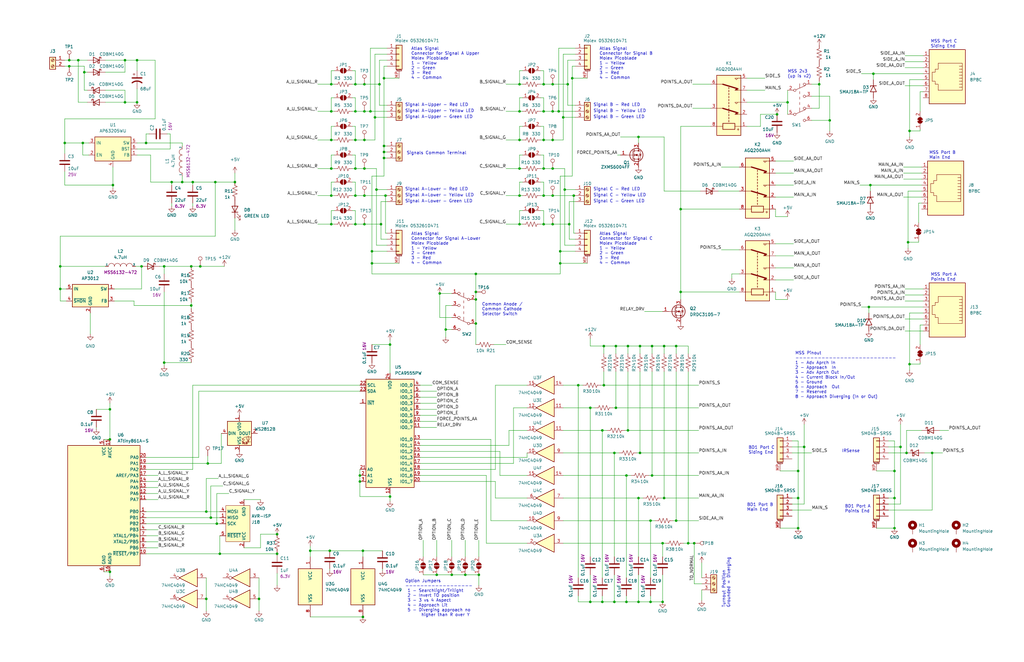
<source format=kicad_sch>
(kicad_sch (version 20211123) (generator eeschema)
  (paper "USLedger")
  (title_block (title "MSS Siding Basic v1.0") (company "Iowa Scaled Engineering"))
  (junction (at 76.835 76.835))
  (junction (at 69.215 153.035))
  (junction (at 92.71 233.68))
  (junction (at 153.67 71.12))
  (junction (at 248.92 172.085))
  (junction (at 116.84 233.68))
  (junction (at 80.645 128.905))
  (junction (at 139.065 232.41))
  (junction (at 279.4 229.235))
  (junction (at 156.845 111.125))
  (junction (at 139.7 94.615))
  (junction (at 336.55 222.885))
  (junction (at 280.035 210.185))
  (junction (at 254 181.61))
  (junction (at 61.595 60.325))
  (junction (at 81.28 76.835))
  (junction (at 269.875 146.05))
  (junction (at 139.7 71.12))
  (junction (at 151.765 200.66))
  (junction (at 219.075 82.55))
  (junction (at 339.09 188.595))
  (junction (at 149.86 35.56))
  (junction (at 259.715 172.085))
  (junction (at 185.42 123.825))
  (junction (at 109.22 252.73))
  (junction (at 219.075 46.99))
  (junction (at 99.06 76.835))
  (junction (at 377.19 222.885))
  (junction (at 161.925 61.595))
  (junction (at 160.655 94.615))
  (junction (at 383.54 55.245))
  (junction (at 187.96 139.065))
  (junction (at 149.86 71.12))
  (junction (at 153.035 260.35))
  (junction (at 33.02 25.4))
  (junction (at 151.765 203.2))
  (junction (at 236.22 106.045))
  (junction (at 393.065 191.135))
  (junction (at 201.93 242.57))
  (junction (at 27.305 60.325))
  (junction (at 46.355 172.72))
  (junction (at 254 254))
  (junction (at 382.27 191.135))
  (junction (at 229.235 94.615))
  (junction (at 368.3 31.115))
  (junction (at 239.395 35.56))
  (junction (at 237.49 49.53))
  (junction (at 383.54 153.67))
  (junction (at 52.705 25.4))
  (junction (at 57.785 25.4))
  (junction (at 156.845 106.045))
  (junction (at 161.925 66.675))
  (junction (at 345.44 35.56))
  (junction (at 269.875 191.135))
  (junction (at 280.035 146.05))
  (junction (at 236.22 111.125))
  (junction (at 69.215 112.395))
  (junction (at 149.86 59.055))
  (junction (at 274.32 254))
  (junction (at 200.66 115.57))
  (junction (at 238.125 80.01))
  (junction (at 336.55 198.755))
  (junction (at 200.66 123.19))
  (junction (at 153.035 232.41))
  (junction (at 29.21 27.94))
  (junction (at 80.645 112.395))
  (junction (at 229.235 71.12))
  (junction (at 130.81 232.41))
  (junction (at 382.905 102.235))
  (junction (at 233.045 35.56))
  (junction (at 84.455 112.395))
  (junction (at 219.075 71.12))
  (junction (at 377.19 198.755))
  (junction (at 377.19 210.185))
  (junction (at 290.195 229.235))
  (junction (at 287.02 123.19))
  (junction (at 87.63 195.58))
  (junction (at 264.795 181.61))
  (junction (at 241.935 82.55))
  (junction (at 219.075 94.615))
  (junction (at 46.355 241.3))
  (junction (at 200.66 136.525))
  (junction (at 349.885 50.8))
  (junction (at 287.02 88.265))
  (junction (at 164.465 145.415))
  (junction (at 161.925 64.135))
  (junction (at 259.715 146.05))
  (junction (at 332.105 43.18))
  (junction (at 233.045 71.12))
  (junction (at 149.86 94.615))
  (junction (at 35.56 30.48))
  (junction (at 243.84 162.56))
  (junction (at 366.395 129.54))
  (junction (at 90.805 76.835))
  (junction (at 91.44 220.98))
  (junction (at 233.045 59.055))
  (junction (at 153.67 59.055))
  (junction (at 47.625 78.105))
  (junction (at 156.21 46.99))
  (junction (at 229.235 59.055))
  (junction (at 269.24 210.185))
  (junction (at 259.08 254))
  (junction (at 264.795 146.05))
  (junction (at 367.03 78.105))
  (junction (at 274.32 219.71))
  (junction (at 292.735 229.235))
  (junction (at 219.075 59.055))
  (junction (at 153.67 94.615))
  (junction (at 164.465 209.55))
  (junction (at 25.4 112.395))
  (junction (at 233.045 46.99))
  (junction (at 379.73 188.595))
  (junction (at 233.045 82.55))
  (junction (at 57.785 43.18))
  (junction (at 200.66 126.365))
  (junction (at 153.67 82.55))
  (junction (at 86.995 215.9))
  (junction (at 269.24 254))
  (junction (at 160.02 35.56))
  (junction (at 336.55 210.185))
  (junction (at 196.215 242.57))
  (junction (at 254.635 162.56))
  (junction (at 149.86 46.99))
  (junction (at 327.66 48.26))
  (junction (at 52.705 43.18))
  (junction (at 162.56 82.55))
  (junction (at 233.045 94.615))
  (junction (at 161.925 33.02))
  (junction (at 254.635 146.05))
  (junction (at 139.7 46.99))
  (junction (at 190.5 242.57))
  (junction (at 153.67 46.99))
  (junction (at 59.69 112.395))
  (junction (at 153.67 35.56))
  (junction (at 241.3 33.02))
  (junction (at 139.7 82.55))
  (junction (at 149.86 82.55))
  (junction (at 158.115 49.53))
  (junction (at 269.24 57.785))
  (junction (at 235.585 46.99))
  (junction (at 285.115 146.05))
  (junction (at 264.16 200.66))
  (junction (at 274.955 146.05))
  (junction (at 229.235 46.99))
  (junction (at 158.75 80.01))
  (junction (at 34.925 60.325))
  (junction (at 229.235 82.55))
  (junction (at 139.7 59.055))
  (junction (at 184.15 242.57))
  (junction (at 88.9 218.44))
  (junction (at 259.08 191.135))
  (junction (at 229.235 35.56))
  (junction (at 25.4 121.92))
  (junction (at 279.4 254))
  (junction (at 139.7 35.56))
  (junction (at 86.995 252.73))
  (junction (at 46.355 185.42))
  (junction (at 248.92 254))
  (junction (at 240.03 94.615))
  (junction (at 274.955 200.66))
  (junction (at 219.075 35.56))
  (junction (at 264.16 254))
  (junction (at 72.39 76.835))
  (junction (at 29.21 25.4))
  (junction (at 285.115 219.71))
  (junction (at 116.84 225.425))
  (wire (pts (xy 25.4 112.395) (xy 25.4 99.695)))
  (wire (pts (xy 383.54 33.655) (xy 389.255 33.655)))
  (wire (pts (xy 61.595 220.98) (xy 91.44 220.98)))
  (wire (pts (xy 242.57 98.425) (xy 241.935 98.425)))
  (wire (pts (xy 63.5 76.835) (xy 72.39 76.835)))
  (wire (pts (xy 43.815 241.3) (xy 46.355 241.3)))
  (wire (pts (xy 227.965 53.34) (xy 229.235 53.34)))
  (wire (pts (xy 229.235 53.34) (xy 229.235 59.055)))
  (wire (pts (xy 27.305 25.4) (xy 29.21 25.4)))
  (wire (pts (xy 377.19 186.055) (xy 377.19 198.755)))
  (wire (pts (xy 259.08 191.135) (xy 260.985 191.135)))
  (wire (pts (xy 156.845 115.57) (xy 200.66 115.57)))
  (wire (pts (xy 320.675 48.26) (xy 327.66 48.26)))
  (wire (pts (xy 220.345 65.405) (xy 219.075 65.405)))
  (wire (pts (xy 278.765 210.185) (xy 280.035 210.185)))
  (wire (pts (xy 149.86 59.055) (xy 153.67 59.055)))
  (wire (pts (xy 149.86 53.34) (xy 149.86 59.055)))
  (wire (pts (xy 274.32 254) (xy 279.4 254)))
  (wire (pts (xy 245.745 162.56) (xy 243.84 162.56)))
  (wire (pts (xy 52.705 43.18) (xy 57.785 43.18)))
  (wire (pts (xy 25.4 121.92) (xy 27.94 121.92)))
  (wire (pts (xy 227.965 76.835) (xy 229.235 76.835)))
  (wire (pts (xy 332.105 43.18) (xy 332.105 48.26)))
  (wire (pts (xy 86.995 243.84) (xy 86.995 252.73)))
  (wire (pts (xy 34.925 60.325) (xy 37.465 60.325)))
  (wire (pts (xy 264.16 200.66) (xy 264.16 243.84)))
  (wire (pts (xy 241.3 27.94) (xy 241.3 33.02)))
  (wire (pts (xy 43.815 185.42) (xy 46.355 185.42)))
  (wire (pts (xy 160.655 85.09) (xy 163.195 85.09)))
  (wire (pts (xy 220.345 29.845) (xy 219.075 29.845)))
  (wire (pts (xy 248.92 172.085) (xy 250.825 172.085)))
  (wire (pts (xy 156.21 46.99) (xy 163.195 46.99)))
  (wire (pts (xy 374.65 215.265) (xy 393.065 215.265)))
  (wire (pts (xy 90.805 99.695) (xy 90.805 76.835)))
  (wire (pts (xy 56.515 128.905) (xy 56.515 127)))
  (wire (pts (xy 187.96 128.905) (xy 187.96 139.065)))
  (wire (pts (xy 52.705 25.4) (xy 57.785 25.4)))
  (wire (pts (xy 379.73 188.595) (xy 379.73 212.725)))
  (wire (pts (xy 334.645 67.945) (xy 327.025 67.945)))
  (wire (pts (xy 334.645 78.105) (xy 327.025 78.105)))
  (wire (pts (xy 44.45 25.4) (xy 52.705 25.4)))
  (wire (pts (xy 237.49 22.86) (xy 237.49 49.53)))
  (wire (pts (xy 213.36 59.055) (xy 219.075 59.055)))
  (wire (pts (xy 367.03 78.105) (xy 388.62 78.105)))
  (wire (pts (xy 140.97 29.845) (xy 139.7 29.845)))
  (wire (pts (xy 285.115 146.05) (xy 285.115 149.225)))
  (wire (pts (xy 156.845 111.125) (xy 156.845 115.57)))
  (wire (pts (xy 334.01 191.135) (xy 342.265 191.135)))
  (wire (pts (xy 158.115 22.86) (xy 158.115 49.53)))
  (wire (pts (xy 219.075 76.835) (xy 219.075 82.55)))
  (wire (pts (xy 177.165 193.04) (xy 222.25 193.04)))
  (wire (pts (xy 336.55 210.185) (xy 336.55 222.885)))
  (wire (pts (xy 227.965 94.615) (xy 229.235 94.615)))
  (wire (pts (xy 263.525 181.61) (xy 264.795 181.61)))
  (wire (pts (xy 222.25 193.04) (xy 222.25 191.135)))
  (wire (pts (xy 236.22 111.125) (xy 247.65 111.125)))
  (wire (pts (xy 241.3 33.02) (xy 247.65 33.02)))
  (wire (pts (xy 185.42 123.825) (xy 185.42 133.985)))
  (wire (pts (xy 91.44 208.28) (xy 96.52 208.28)))
  (wire (pts (xy 196.215 227.965) (xy 196.215 234.95)))
  (wire (pts (xy 242.57 100.965) (xy 240.03 100.965)))
  (wire (pts (xy 109.855 231.14) (xy 102.87 231.14)))
  (wire (pts (xy 139.7 71.12) (xy 140.97 71.12)))
  (wire (pts (xy 161.925 64.135) (xy 163.195 64.135)))
  (wire (pts (xy 214.63 181.61) (xy 222.25 181.61)))
  (wire (pts (xy 242.57 49.53) (xy 237.49 49.53)))
  (wire (pts (xy 327.025 91.44) (xy 332.105 91.44)))
  (wire (pts (xy 185.42 123.825) (xy 190.5 123.825)))
  (wire (pts (xy 151.765 203.2) (xy 151.765 209.55)))
  (wire (pts (xy 349.885 50.8) (xy 349.885 55.245)))
  (wire (pts (xy 274.955 200.66) (xy 294.64 200.66)))
  (wire (pts (xy 76.835 74.295) (xy 76.835 76.835)))
  (wire (pts (xy 233.045 71.12) (xy 238.125 71.12)))
  (wire (pts (xy 148.59 41.275) (xy 149.86 41.275)))
  (wire (pts (xy 148.59 35.56) (xy 149.86 35.56)))
  (wire (pts (xy 219.075 35.56) (xy 220.345 35.56)))
  (wire (pts (xy 139.7 53.34) (xy 139.7 59.055)))
  (wire (pts (xy 139.065 232.41) (xy 153.035 232.41)))
  (wire (pts (xy 61.595 228.6) (xy 66.675 228.6)))
  (wire (pts (xy 342.265 50.8) (xy 349.885 50.8)))
  (wire (pts (xy 220.345 76.835) (xy 219.075 76.835)))
  (wire (pts (xy 61.595 198.12) (xy 81.28 198.12)))
  (wire (pts (xy 387.985 145.415) (xy 387.985 137.16)))
  (wire (pts (xy 285.115 156.845) (xy 285.115 219.71)))
  (wire (pts (xy 374.65 191.135) (xy 382.27 191.135)))
  (wire (pts (xy 236.22 115.57) (xy 236.22 111.125)))
  (wire (pts (xy 322.58 38.1) (xy 314.96 38.1)))
  (wire (pts (xy 36.83 30.48) (xy 35.56 30.48)))
  (wire (pts (xy 238.125 103.505) (xy 238.125 80.01)))
  (wire (pts (xy 381 75.565) (xy 388.62 75.565)))
  (wire (pts (xy 381 83.185) (xy 388.62 83.185)))
  (wire (pts (xy 61.595 195.58) (xy 87.63 195.58)))
  (wire (pts (xy 242.57 20.32) (xy 235.585 20.32)))
  (wire (pts (xy 163.195 27.94) (xy 161.925 27.94)))
  (wire (pts (xy 149.86 71.12) (xy 153.67 71.12)))
  (wire (pts (xy 184.15 170.18) (xy 177.165 170.18)))
  (wire (pts (xy 61.595 200.66) (xy 66.675 200.66)))
  (wire (pts (xy 69.215 123.19) (xy 69.215 153.035)))
  (wire (pts (xy 264.16 200.66) (xy 266.065 200.66)))
  (wire (pts (xy 163.195 103.505) (xy 158.75 103.505)))
  (wire (pts (xy 88.9 218.44) (xy 92.71 218.44)))
  (wire (pts (xy 393.065 191.135) (xy 389.89 191.135)))
  (wire (pts (xy 208.915 210.185) (xy 222.25 210.185)))
  (wire (pts (xy 158.115 49.53) (xy 158.115 59.055)))
  (wire (pts (xy 200.66 126.365) (xy 200.66 136.525)))
  (wire (pts (xy 274.32 219.71) (xy 276.225 219.71)))
  (wire (pts (xy 377.19 186.055) (xy 374.65 186.055)))
  (wire (pts (xy 287.02 53.34) (xy 287.02 88.265)))
  (wire (pts (xy 229.235 46.99) (xy 233.045 46.99)))
  (wire (pts (xy 44.45 43.18) (xy 52.705 43.18)))
  (wire (pts (xy 229.235 76.835) (xy 229.235 82.55)))
  (wire (pts (xy 160.02 44.45) (xy 163.195 44.45)))
  (wire (pts (xy 92.71 233.68) (xy 92.71 226.06)))
  (wire (pts (xy 374.65 212.725) (xy 379.73 212.725)))
  (wire (pts (xy 34.925 60.325) (xy 34.925 65.405)))
  (wire (pts (xy 253.365 162.56) (xy 254.635 162.56)))
  (wire (pts (xy 140.97 65.405) (xy 139.7 65.405)))
  (wire (pts (xy 184.15 242.57) (xy 190.5 242.57)))
  (wire (pts (xy 25.4 112.395) (xy 44.45 112.395)))
  (wire (pts (xy 242.57 22.86) (xy 237.49 22.86)))
  (wire (pts (xy 93.345 195.58) (xy 93.345 182.88)))
  (wire (pts (xy 61.595 226.06) (xy 66.675 226.06)))
  (wire (pts (xy 160.02 35.56) (xy 160.02 44.45)))
  (wire (pts (xy 381.635 134.62) (xy 389.255 134.62)))
  (wire (pts (xy 240.03 94.615) (xy 240.03 85.09)))
  (wire (pts (xy 345.44 34.29) (xy 345.44 35.56)))
  (wire (pts (xy 368.3 31.115) (xy 389.255 31.115)))
  (wire (pts (xy 163.195 49.53) (xy 158.115 49.53)))
  (wire (pts (xy 260.35 65.405) (xy 261.62 65.405)))
  (wire (pts (xy 139.7 76.835) (xy 139.7 82.55)))
  (wire (pts (xy 70.485 56.515) (xy 71.755 56.515)))
  (wire (pts (xy 160.655 94.615) (xy 160.655 85.09)))
  (wire (pts (xy 336.55 210.185) (xy 334.01 210.185)))
  (wire (pts (xy 243.84 251.46) (xy 243.84 254)))
  (wire (pts (xy 236.22 74.295) (xy 241.3 74.295)))
  (wire (pts (xy 76.835 60.325) (xy 76.835 61.595)))
  (wire (pts (xy 151.765 209.55) (xy 164.465 209.55)))
  (wire (pts (xy 302.895 80.645) (xy 311.785 80.645)))
  (wire (pts (xy 139.7 29.845) (xy 139.7 35.56)))
  (wire (pts (xy 81.28 76.835) (xy 90.805 76.835)))
  (wire (pts (xy 187.96 139.065) (xy 190.5 139.065)))
  (wire (pts (xy 382.27 181.61) (xy 382.27 191.135)))
  (wire (pts (xy 322.58 33.02) (xy 314.96 33.02)))
  (wire (pts (xy 163.195 98.425) (xy 162.56 98.425)))
  (wire (pts (xy 229.235 88.9) (xy 229.235 94.615)))
  (wire (pts (xy 52.705 38.1) (xy 52.705 43.18)))
  (wire (pts (xy 177.165 177.8) (xy 184.15 177.8)))
  (wire (pts (xy 314.96 43.18) (xy 332.105 43.18)))
  (wire (pts (xy 387.35 85.725) (xy 388.62 85.725)))
  (wire (pts (xy 240.03 100.965) (xy 240.03 94.615)))
  (wire (pts (xy 236.22 106.045) (xy 236.22 74.295)))
  (wire (pts (xy 86.995 201.93) (xy 92.075 201.93)))
  (wire (pts (xy 109.22 243.84) (xy 109.22 252.73)))
  (wire (pts (xy 235.585 20.32) (xy 235.585 46.99)))
  (wire (pts (xy 242.57 106.045) (xy 236.22 106.045)))
  (wire (pts (xy 219.075 94.615) (xy 220.345 94.615)))
  (wire (pts (xy 387.35 102.235) (xy 382.905 102.235)))
  (wire (pts (xy 328.93 198.755) (xy 336.55 198.755)))
  (wire (pts (xy 44.45 38.1) (xy 52.705 38.1)))
  (wire (pts (xy 163.195 61.595) (xy 161.925 61.595)))
  (wire (pts (xy 25.4 99.695) (xy 90.805 99.695)))
  (wire (pts (xy 292.1 45.72) (xy 299.72 45.72)))
  (wire (pts (xy 274.32 219.71) (xy 274.32 243.84)))
  (wire (pts (xy 153.67 94.615) (xy 160.655 94.615)))
  (wire (pts (xy 27.305 60.325) (xy 27.305 64.77)))
  (wire (pts (xy 59.69 112.395) (xy 57.15 112.395)))
  (wire (pts (xy 287.02 53.34) (xy 299.72 53.34)))
  (wire (pts (xy 148.59 94.615) (xy 149.86 94.615)))
  (wire (pts (xy 133.985 59.055) (xy 139.7 59.055)))
  (wire (pts (xy 396.24 181.61) (xy 400.05 181.61)))
  (wire (pts (xy 377.19 210.185) (xy 374.65 210.185)))
  (wire (pts (xy 116.84 233.045) (xy 116.84 233.68)))
  (wire (pts (xy 334.01 215.265) (xy 342.265 215.265)))
  (wire (pts (xy 367.03 78.105) (xy 367.03 80.645)))
  (wire (pts (xy 254.635 149.225) (xy 254.635 146.05)))
  (wire (pts (xy 158.75 71.12) (xy 158.75 80.01)))
  (wire (pts (xy 25.4 112.395) (xy 25.4 121.92)))
  (wire (pts (xy 379.73 179.07) (xy 379.73 188.595)))
  (wire (pts (xy 27.305 60.325) (xy 34.925 60.325)))
  (wire (pts (xy 162.56 82.55) (xy 163.195 82.55)))
  (wire (pts (xy 213.36 71.12) (xy 219.075 71.12)))
  (wire (pts (xy 219.075 53.34) (xy 219.075 59.055)))
  (wire (pts (xy 177.165 185.42) (xy 207.01 185.42)))
  (wire (pts (xy 149.86 82.55) (xy 153.67 82.55)))
  (wire (pts (xy 161.925 64.135) (xy 161.925 66.675)))
  (wire (pts (xy 387.985 38.735) (xy 389.255 38.735)))
  (wire (pts (xy 336.55 186.055) (xy 334.01 186.055)))
  (wire (pts (xy 239.395 44.45) (xy 242.57 44.45)))
  (wire (pts (xy 248.92 172.085) (xy 248.92 234.95)))
  (wire (pts (xy 177.165 203.2) (xy 208.915 203.2)))
  (wire (pts (xy 161.925 61.595) (xy 161.925 64.135)))
  (wire (pts (xy 334.645 118.11) (xy 327.025 118.11)))
  (wire (pts (xy 374.65 188.595) (xy 379.73 188.595)))
  (wire (pts (xy 259.715 146.05) (xy 259.715 149.225)))
  (wire (pts (xy 229.235 41.275) (xy 229.235 46.99)))
  (wire (pts (xy 35.56 27.94) (xy 29.21 27.94)))
  (wire (pts (xy 393.065 215.265) (xy 393.065 191.135)))
  (wire (pts (xy 237.49 172.085) (xy 248.92 172.085)))
  (wire (pts (xy 139.7 88.9) (xy 139.7 94.615)))
  (wire (pts (xy 254 181.61) (xy 255.905 181.61)))
  (wire (pts (xy 219.075 65.405) (xy 219.075 71.12)))
  (wire (pts (xy 264.795 181.61) (xy 294.64 181.61)))
  (wire (pts (xy 259.08 242.57) (xy 259.08 254)))
  (wire (pts (xy 227.965 88.9) (xy 229.235 88.9)))
  (wire (pts (xy 366.395 129.54) (xy 389.255 129.54)))
  (wire (pts (xy 87.63 195.58) (xy 93.345 195.58)))
  (wire (pts (xy 368.3 31.115) (xy 368.3 33.655)))
  (wire (pts (xy 236.22 111.125) (xy 236.22 106.045)))
  (wire (pts (xy 164.465 145.415) (xy 164.465 157.48)))
  (wire (pts (xy 235.585 46.99) (xy 242.57 46.99)))
  (wire (pts (xy 139.7 41.275) (xy 139.7 46.99)))
  (wire (pts (xy 290.195 156.845) (xy 290.195 229.235)))
  (wire (pts (xy 156.21 20.32) (xy 156.21 46.99)))
  (wire (pts (xy 46.355 170.18) (xy 46.355 172.72)))
  (wire (pts (xy 61.595 233.68) (xy 92.71 233.68)))
  (wire (pts (xy 285.115 219.71) (xy 294.64 219.71)))
  (wire (pts (xy 83.82 165.1) (xy 83.82 193.04)))
  (wire (pts (xy 87.63 192.405) (xy 87.63 195.58)))
  (wire (pts (xy 90.805 76.835) (xy 99.06 76.835)))
  (wire (pts (xy 190.5 227.965) (xy 190.5 234.95)))
  (wire (pts (xy 229.235 82.55) (xy 233.045 82.55)))
  (wire (pts (xy 387.985 153.035) (xy 387.985 153.67)))
  (wire (pts (xy 349.885 40.64) (xy 349.885 50.8)))
  (wire (pts (xy 177.165 195.58) (xy 216.535 195.58)))
  (wire (pts (xy 259.08 191.135) (xy 259.08 234.95)))
  (wire (pts (xy 327.025 126.365) (xy 332.105 126.365)))
  (wire (pts (xy 161.925 33.02) (xy 161.925 61.595)))
  (wire (pts (xy 48.26 121.92) (xy 59.69 121.92)))
  (wire (pts (xy 47.625 70.485) (xy 47.625 78.105)))
  (wire (pts (xy 261.62 57.785) (xy 269.24 57.785)))
  (wire (pts (xy 219.075 29.845) (xy 219.075 35.56)))
  (wire (pts (xy 334.01 212.725) (xy 339.09 212.725)))
  (wire (pts (xy 133.985 94.615) (xy 139.7 94.615)))
  (wire (pts (xy 158.115 59.055) (xy 153.67 59.055)))
  (wire (pts (xy 304.165 70.485) (xy 311.785 70.485)))
  (wire (pts (xy 148.59 59.055) (xy 149.86 59.055)))
  (wire (pts (xy 210.82 190.5) (xy 210.82 200.66)))
  (wire (pts (xy 241.935 98.425) (xy 241.935 82.55)))
  (wire (pts (xy 61.595 215.9) (xy 86.995 215.9)))
  (wire (pts (xy 149.86 46.99) (xy 153.67 46.99)))
  (wire (pts (xy 149.86 94.615) (xy 153.67 94.615)))
  (wire (pts (xy 158.75 103.505) (xy 158.75 80.01)))
  (wire (pts (xy 61.595 210.82) (xy 66.675 210.82)))
  (wire (pts (xy 139.7 94.615) (xy 140.97 94.615)))
  (wire (pts (xy 264.795 156.845) (xy 264.795 181.61)))
  (wire (pts (xy 213.36 46.99) (xy 219.075 46.99)))
  (wire (pts (xy 44.45 30.48) (xy 52.705 30.48)))
  (wire (pts (xy 109.855 225.425) (xy 109.855 231.14)))
  (wire (pts (xy 88.9 205.105) (xy 93.98 205.105)))
  (wire (pts (xy 314.96 53.34) (xy 320.675 53.34)))
  (wire (pts (xy 363.22 129.54) (xy 366.395 129.54)))
  (wire (pts (xy 381.635 36.195) (xy 389.255 36.195)))
  (wire (pts (xy 237.49 191.135) (xy 259.08 191.135)))
  (wire (pts (xy 61.595 205.74) (xy 66.675 205.74)))
  (wire (pts (xy 254.635 162.56) (xy 294.64 162.56)))
  (wire (pts (xy 213.36 82.55) (xy 219.075 82.55)))
  (wire (pts (xy 229.235 35.56) (xy 233.045 35.56)))
  (wire (pts (xy 243.84 162.56) (xy 243.84 243.84)))
  (wire (pts (xy 229.235 71.12) (xy 233.045 71.12)))
  (wire (pts (xy 382.27 181.61) (xy 388.62 181.61)))
  (wire (pts (xy 184.15 172.72) (xy 177.165 172.72)))
  (wire (pts (xy 61.595 208.28) (xy 66.675 208.28)))
  (wire (pts (xy 160.02 25.4) (xy 160.02 35.56)))
  (wire (pts (xy 387.35 93.98) (xy 387.35 85.725)))
  (wire (pts (xy 156.845 106.045) (xy 156.845 111.125)))
  (wire (pts (xy 27.305 78.105) (xy 47.625 78.105)))
  (wire (pts (xy 214.63 187.96) (xy 177.165 187.96)))
  (wire (pts (xy 219.075 71.12) (xy 220.345 71.12)))
  (wire (pts (xy 258.445 172.085) (xy 259.715 172.085)))
  (wire (pts (xy 336.55 186.055) (xy 336.55 198.755)))
  (wire (pts (xy 381.635 124.46) (xy 389.255 124.46)))
  (wire (pts (xy 29.21 27.94) (xy 27.305 27.94)))
  (wire (pts (xy 269.875 156.845) (xy 269.875 191.135)))
  (wire (pts (xy 208.915 162.56) (xy 222.25 162.56)))
  (wire (pts (xy 320.675 53.34) (xy 320.675 48.26)))
  (wire (pts (xy 88.9 205.105) (xy 88.9 218.44)))
  (wire (pts (xy 383.54 153.67) (xy 383.54 156.21)))
  (wire (pts (xy 220.345 41.275) (xy 219.075 41.275)))
  (wire (pts (xy 57.785 25.4) (xy 57.785 29.845)))
  (wire (pts (xy 56.515 127) (xy 48.26 127)))
  (wire (pts (xy 387.985 55.245) (xy 383.54 55.245)))
  (wire (pts (xy 327.025 123.19) (xy 327.025 126.365)))
  (wire (pts (xy 339.09 188.595) (xy 339.09 212.725)))
  (wire (pts (xy 35.56 38.1) (xy 35.56 30.48)))
  (wire (pts (xy 327.025 88.265) (xy 327.025 91.44)))
  (wire (pts (xy 52.705 30.48) (xy 52.705 25.4)))
  (wire (pts (xy 248.92 146.05) (xy 254.635 146.05)))
  (wire (pts (xy 366.395 129.54) (xy 366.395 132.08)))
  (wire (pts (xy 57.785 62.865) (xy 71.755 62.865)))
  (wire (pts (xy 269.24 210.185) (xy 271.145 210.185)))
  (wire (pts (xy 62.865 56.515) (xy 61.595 56.515)))
  (wire (pts (xy 369.57 222.885) (xy 377.19 222.885)))
  (wire (pts (xy 336.55 198.755) (xy 336.55 210.185)))
  (wire (pts (xy 269.24 254) (xy 274.32 254)))
  (wire (pts (xy 268.605 191.135) (xy 269.875 191.135)))
  (wire (pts (xy 57.785 65.405) (xy 63.5 65.405)))
  (wire (pts (xy 35.56 30.48) (xy 35.56 27.94)))
  (wire (pts (xy 208.915 198.12) (xy 208.915 162.56)))
  (wire (pts (xy 287.02 123.19) (xy 311.785 123.19)))
  (wire (pts (xy 304.165 105.41) (xy 311.785 105.41)))
  (wire (pts (xy 84.455 112.395) (xy 94.615 112.395)))
  (wire (pts (xy 148.59 71.12) (xy 149.86 71.12)))
  (wire (pts (xy 239.395 25.4) (xy 239.395 35.56)))
  (wire (pts (xy 280.035 80.645) (xy 295.275 80.645)))
  (wire (pts (xy 149.86 88.9) (xy 149.86 94.615)))
  (wire (pts (xy 208.915 203.2) (xy 208.915 210.185)))
  (wire (pts (xy 109.855 225.425) (xy 116.84 225.425)))
  (wire (pts (xy 80.645 127.635) (xy 80.645 128.905)))
  (wire (pts (xy 81.28 162.56) (xy 81.28 198.12)))
  (wire (pts (xy 130.81 230.505) (xy 130.81 232.41)))
  (wire (pts (xy 279.4 229.235) (xy 280.67 229.235)))
  (wire (pts (xy 387.985 54.61) (xy 387.985 55.245)))
  (wire (pts (xy 233.045 94.615) (xy 240.03 94.615)))
  (wire (pts (xy 383.54 55.245) (xy 383.54 57.785)))
  (wire (pts (xy 264.795 146.05) (xy 269.875 146.05)))
  (wire (pts (xy 184.15 175.26) (xy 177.165 175.26)))
  (wire (pts (xy 213.36 35.56) (xy 219.075 35.56)))
  (wire (pts (xy 148.59 65.405) (xy 149.86 65.405)))
  (wire (pts (xy 334.645 83.185) (xy 327.025 83.185)))
  (wire (pts (xy 164.465 208.28) (xy 164.465 209.55)))
  (wire (pts (xy 280.035 210.185) (xy 294.64 210.185)))
  (wire (pts (xy 254.635 146.05) (xy 259.715 146.05)))
  (wire (pts (xy 109.22 252.73) (xy 109.22 257.81)))
  (wire (pts (xy 239.395 35.56) (xy 239.395 44.45)))
  (wire (pts (xy 219.075 41.275) (xy 219.075 46.99)))
  (wire (pts (xy 63.5 65.405) (xy 63.5 76.835)))
  (wire (pts (xy 387.985 153.67) (xy 383.54 153.67)))
  (wire (pts (xy 140.97 88.9) (xy 139.7 88.9)))
  (wire (pts (xy 219.075 88.9) (xy 219.075 94.615)))
  (wire (pts (xy 161.29 240.03) (xy 161.29 240.665)))
  (wire (pts (xy 237.49 181.61) (xy 254 181.61)))
  (wire (pts (xy 287.02 88.265) (xy 311.785 88.265)))
  (wire (pts (xy 342.265 45.72) (xy 345.44 45.72)))
  (wire (pts (xy 381.635 139.7) (xy 389.255 139.7)))
  (wire (pts (xy 177.165 198.12) (xy 208.915 198.12)))
  (wire (pts (xy 163.195 20.32) (xy 156.21 20.32)))
  (wire (pts (xy 72.39 85.725) (xy 72.39 86.995)))
  (wire (pts (xy 383.54 132.08) (xy 389.255 132.08)))
  (wire (pts (xy 219.075 59.055) (xy 220.345 59.055)))
  (wire (pts (xy 148.59 29.845) (xy 149.86 29.845)))
  (wire (pts (xy 227.965 71.12) (xy 229.235 71.12)))
  (wire (pts (xy 161.925 66.675) (xy 161.925 74.295)))
  (wire (pts (xy 162.56 98.425) (xy 162.56 82.55)))
  (wire (pts (xy 259.715 156.845) (xy 259.715 172.085)))
  (wire (pts (xy 178.435 242.57) (xy 184.15 242.57)))
  (wire (pts (xy 237.49 200.66) (xy 264.16 200.66)))
  (wire (pts (xy 269.24 210.185) (xy 269.24 234.95)))
  (wire (pts (xy 334.645 73.025) (xy 327.025 73.025)))
  (wire (pts (xy 377.19 210.185) (xy 377.19 222.885)))
  (wire (pts (xy 381.635 28.575) (xy 389.255 28.575)))
  (wire (pts (xy 61.595 60.325) (xy 76.835 60.325)))
  (wire (pts (xy 65.405 50.165) (xy 65.405 25.4)))
  (wire (pts (xy 27.305 50.165) (xy 65.405 50.165)))
  (wire (pts (xy 151.765 165.1) (xy 83.82 165.1)))
  (wire (pts (xy 274.955 156.845) (xy 274.955 200.66)))
  (wire (pts (xy 233.045 35.56) (xy 239.395 35.56)))
  (wire (pts (xy 164.465 209.55) (xy 164.465 211.455)))
  (wire (pts (xy 229.235 65.405) (xy 229.235 71.12)))
  (wire (pts (xy 397.51 191.135) (xy 393.065 191.135)))
  (wire (pts (xy 38.1 132.08) (xy 38.1 140.97)))
  (wire (pts (xy 259.715 146.05) (xy 264.795 146.05)))
  (wire (pts (xy 163.195 100.965) (xy 160.655 100.965)))
  (wire (pts (xy 238.125 80.01) (xy 242.57 80.01)))
  (wire (pts (xy 342.265 35.56) (xy 345.44 35.56)))
  (wire (pts (xy 57.785 60.325) (xy 61.595 60.325)))
  (wire (pts (xy 237.49 49.53) (xy 237.49 59.055)))
  (wire (pts (xy 163.195 106.045) (xy 156.845 106.045)))
  (wire (pts (xy 213.36 145.415) (xy 208.28 145.415)))
  (wire (pts (xy 200.66 123.19) (xy 200.66 126.365)))
  (wire (pts (xy 149.86 65.405) (xy 149.86 71.12)))
  (wire (pts (xy 36.83 38.1) (xy 35.56 38.1)))
  (wire (pts (xy 158.75 80.01) (xy 163.195 80.01)))
  (wire (pts (xy 201.93 242.57) (xy 201.93 247.015)))
  (wire (pts (xy 80.645 128.905) (xy 80.645 130.175)))
  (wire (pts (xy 237.49 210.185) (xy 269.24 210.185)))
  (wire (pts (xy 248.92 142.875) (xy 248.92 146.05)))
  (wire (pts (xy 273.685 200.66) (xy 274.955 200.66)))
  (wire (pts (xy 207.01 185.42) (xy 207.01 219.71)))
  (wire (pts (xy 133.985 35.56) (xy 139.7 35.56)))
  (wire (pts (xy 269.875 146.05) (xy 274.955 146.05)))
  (wire (pts (xy 153.67 46.99) (xy 156.21 46.99)))
  (wire (pts (xy 184.15 165.1) (xy 177.165 165.1)))
  (wire (pts (xy 190.5 242.57) (xy 196.215 242.57)))
  (wire (pts (xy 148.59 76.835) (xy 149.86 76.835)))
  (wire (pts (xy 269.24 57.785) (xy 280.035 57.785)))
  (wire (pts (xy 382.905 80.645) (xy 388.62 80.645)))
  (wire (pts (xy 139.7 59.055) (xy 140.97 59.055)))
  (wire (pts (xy 149.86 76.835) (xy 149.86 82.55)))
  (wire (pts (xy 59.69 121.92) (xy 59.69 112.395)))
  (wire (pts (xy 207.01 219.71) (xy 222.25 219.71)))
  (wire (pts (xy 279.4 229.235) (xy 279.4 234.95)))
  (wire (pts (xy 219.075 82.55) (xy 220.345 82.55)))
  (wire (pts (xy 72.39 76.835) (xy 76.835 76.835)))
  (wire (pts (xy 33.02 43.18) (xy 33.02 25.4)))
  (wire (pts (xy 61.595 231.14) (xy 66.675 231.14)))
  (wire (pts (xy 381.635 121.92) (xy 389.255 121.92)))
  (wire (pts (xy 248.92 254) (xy 254 254)))
  (wire (pts (xy 151.765 198.12) (xy 151.765 200.66)))
  (wire (pts (xy 227.965 29.845) (xy 229.235 29.845)))
  (wire (pts (xy 200.66 136.525) (xy 200.66 145.415)))
  (wire (pts (xy 274.955 149.225) (xy 274.955 146.05)))
  (wire (pts (xy 205.105 229.235) (xy 222.25 229.235)))
  (wire (pts (xy 156.845 74.295) (xy 161.925 74.295)))
  (wire (pts (xy 219.075 46.99) (xy 220.345 46.99)))
  (wire (pts (xy 116.84 247.015) (xy 116.84 241.935)))
  (wire (pts (xy 274.32 251.46) (xy 274.32 254)))
  (wire (pts (xy 130.81 232.41) (xy 139.065 232.41)))
  (wire (pts (xy 148.59 53.34) (xy 149.86 53.34)))
  (wire (pts (xy 153.67 82.55) (xy 162.56 82.55)))
  (wire (pts (xy 387.985 46.99) (xy 387.985 38.735)))
  (wire (pts (xy 81.28 78.105) (xy 81.28 76.835)))
  (wire (pts (xy 72.39 78.105) (xy 72.39 76.835)))
  (wire (pts (xy 25.4 127) (xy 25.4 121.92)))
  (wire (pts (xy 81.28 85.725) (xy 81.28 86.995)))
  (wire (pts (xy 280.035 146.05) (xy 285.115 146.05)))
  (wire (pts (xy 259.08 254) (xy 264.16 254)))
  (wire (pts (xy 287.02 88.265) (xy 287.02 123.19)))
  (wire (pts (xy 237.49 229.235) (xy 279.4 229.235)))
  (wire (pts (xy 61.595 203.2) (xy 66.675 203.2)))
  (wire (pts (xy 254 251.46) (xy 254 254)))
  (wire (pts (xy 69.215 153.035) (xy 69.215 154.305)))
  (wire (pts (xy 29.21 25.4) (xy 33.02 25.4)))
  (wire (pts (xy 288.29 229.235) (xy 290.195 229.235)))
  (wire (pts (xy 229.235 94.615) (xy 233.045 94.615)))
  (wire (pts (xy 339.09 179.07) (xy 339.09 188.595)))
  (wire (pts (xy 201.93 227.965) (xy 201.93 234.95)))
  (wire (pts (xy 214.63 181.61) (xy 214.63 187.96)))
  (wire (pts (xy 185.42 133.985) (xy 190.5 133.985)))
  (wire (pts (xy 91.44 208.28) (xy 91.44 220.98)))
  (wire (pts (xy 363.22 31.115) (xy 368.3 31.115)))
  (wire (pts (xy 200.66 115.57) (xy 200.66 123.19)))
  (wire (pts (xy 264.16 254) (xy 269.24 254)))
  (wire (pts (xy 46.355 172.72) (xy 46.355 185.42)))
  (wire (pts (xy 287.02 123.19) (xy 287.02 126.365)))
  (wire (pts (xy 190.5 128.905) (xy 187.96 128.905)))
  (wire (pts (xy 178.435 227.965) (xy 178.435 234.95)))
  (wire (pts (xy 80.645 128.905) (xy 56.515 128.905)))
  (wire (pts (xy 332.105 38.1) (xy 332.105 43.18)))
  (wire (pts (xy 269.875 146.05) (xy 269.875 149.225)))
  (wire (pts (xy 387.35 101.6) (xy 387.35 102.235)))
  (wire (pts (xy 46.355 172.72) (xy 40.64 172.72)))
  (wire (pts (xy 71.755 56.515) (xy 71.755 62.865)))
  (wire (pts (xy 269.24 242.57) (xy 269.24 254)))
  (wire (pts (xy 220.345 53.34) (xy 219.075 53.34)))
  (wire (pts (xy 37.465 65.405) (xy 34.925 65.405)))
  (wire (pts (xy 227.965 82.55) (xy 229.235 82.55)))
  (wire (pts (xy 269.24 57.785) (xy 269.24 60.325)))
  (wire (pts (xy 334.645 102.87) (xy 327.025 102.87)))
  (wire (pts (xy 148.59 88.9) (xy 149.86 88.9)))
  (wire (pts (xy 139.7 65.405) (xy 139.7 71.12)))
  (wire (pts (xy 269.875 191.135) (xy 294.64 191.135)))
  (wire (pts (xy 151.765 162.56) (xy 81.28 162.56)))
  (wire (pts (xy 285.115 146.05) (xy 290.195 146.05)))
  (wire (pts (xy 140.97 53.34) (xy 139.7 53.34)))
  (wire (pts (xy 116.84 233.68) (xy 116.84 234.315)))
  (wire (pts (xy 242.57 25.4) (xy 239.395 25.4)))
  (wire (pts (xy 153.035 232.41) (xy 153.035 234.95)))
  (wire (pts (xy 153.67 35.56) (xy 160.02 35.56)))
  (wire (pts (xy 92.71 233.68) (xy 116.84 233.68)))
  (wire (pts (xy 264.16 251.46) (xy 264.16 254)))
  (wire (pts (xy 130.81 232.41) (xy 130.81 234.95)))
  (wire (pts (xy 140.97 41.275) (xy 139.7 41.275)))
  (wire (pts (xy 57.785 37.465) (xy 57.785 43.18)))
  (wire (pts (xy 139.065 240.03) (xy 139.065 240.665)))
  (wire (pts (xy 292.735 229.235) (xy 292.735 246.38)))
  (wire (pts (xy 153.67 71.12) (xy 158.75 71.12)))
  (wire (pts (xy 184.15 227.965) (xy 184.15 234.95)))
  (wire (pts (xy 381.635 26.035) (xy 389.255 26.035)))
  (wire (pts (xy 216.535 172.085) (xy 216.535 195.58)))
  (wire (pts (xy 334.645 113.03) (xy 327.025 113.03)))
  (wire (pts (xy 383.54 132.08) (xy 383.54 153.67)))
  (wire (pts (xy 61.595 223.52) (xy 66.675 223.52)))
  (wire (pts (xy 149.86 29.845) (xy 149.86 35.56)))
  (wire (pts (xy 133.985 46.99) (xy 139.7 46.99)))
  (wire (pts (xy 27.305 60.325) (xy 27.305 50.165)))
  (wire (pts (xy 139.7 35.56) (xy 140.97 35.56)))
  (wire (pts (xy 163.195 22.86) (xy 158.115 22.86)))
  (wire (pts (xy 382.905 102.235) (xy 382.905 104.775)))
  (wire (pts (xy 130.81 260.35) (xy 153.035 260.35)))
  (wire (pts (xy 148.59 82.55) (xy 149.86 82.55)))
  (wire (pts (xy 271.78 131.445) (xy 279.4 131.445)))
  (wire (pts (xy 274.955 146.05) (xy 280.035 146.05)))
  (wire (pts (xy 242.57 103.505) (xy 238.125 103.505)))
  (wire (pts (xy 387.985 137.16) (xy 389.255 137.16)))
  (wire (pts (xy 200.66 115.57) (xy 236.22 115.57)))
  (wire (pts (xy 308.61 117.475) (xy 308.61 115.57)))
  (wire (pts (xy 177.165 190.5) (xy 210.82 190.5)))
  (wire (pts (xy 99.06 92.075) (xy 99.06 97.155)))
  (wire (pts (xy 61.595 218.44) (xy 88.9 218.44)))
  (wire (pts (xy 47.625 78.105) (xy 47.625 79.375)))
  (wire (pts (xy 33.02 43.18) (xy 36.83 43.18)))
  (wire (pts (xy 237.49 219.71) (xy 274.32 219.71)))
  (wire (pts (xy 156.845 145.415) (xy 164.465 145.415)))
  (wire (pts (xy 227.965 41.275) (xy 229.235 41.275)))
  (wire (pts (xy 139.7 82.55) (xy 140.97 82.55)))
  (wire (pts (xy 254 181.61) (xy 254 243.84)))
  (wire (pts (xy 227.965 46.99) (xy 229.235 46.99)))
  (wire (pts (xy 102.87 210.82) (xy 109.855 210.82)))
  (wire (pts (xy 383.54 33.655) (xy 383.54 55.245)))
  (wire (pts (xy 295.91 246.38) (xy 292.735 246.38)))
  (wire (pts (xy 182.245 162.56) (xy 177.165 162.56)))
  (wire (pts (xy 279.4 254) (xy 279.4 242.57)))
  (wire (pts (xy 210.82 200.66) (xy 222.25 200.66)))
  (wire (pts (xy 381 73.025) (xy 388.62 73.025)))
  (wire (pts (xy 139.7 46.99) (xy 140.97 46.99)))
  (wire (pts (xy 229.235 29.845) (xy 229.235 35.56)))
  (wire (pts (xy 328.93 222.885) (xy 336.55 222.885)))
  (wire (pts (xy 69.215 153.035) (xy 80.645 153.035)))
  (wire (pts (xy 264.795 146.05) (xy 264.795 149.225)))
  (wire (pts (xy 148.59 46.99) (xy 149.86 46.99)))
  (wire (pts (xy 161.925 33.02) (xy 168.275 33.02)))
  (wire (pts (xy 229.235 59.055) (xy 233.045 59.055)))
  (wire (pts (xy 40.64 180.34) (xy 40.64 180.975)))
  (wire (pts (xy 292.1 35.56) (xy 299.72 35.56)))
  (wire (pts (xy 334.01 188.595) (xy 339.09 188.595)))
  (wire (pts (xy 187.96 139.065) (xy 187.96 142.24)))
  (wire (pts (xy 280.035 57.785) (xy 280.035 80.645)))
  (wire (pts (xy 227.965 65.405) (xy 229.235 65.405)))
  (wire (pts (xy 345.44 35.56) (xy 345.44 45.72)))
  (wire (pts (xy 33.02 25.4) (xy 36.83 25.4)))
  (wire (pts (xy 242.57 27.94) (xy 241.3 27.94)))
  (wire (pts (xy 133.985 82.55) (xy 139.7 82.55)))
  (wire (pts (xy 164.465 143.51) (xy 164.465 145.415)))
  (wire (pts (xy 377.19 198.755) (xy 377.19 210.185)))
  (wire (pts (xy 25.4 127) (xy 27.94 127)))
  (wire (pts (xy 156.845 111.125) (xy 168.275 111.125)))
  (wire (pts (xy 57.785 25.4) (xy 65.405 25.4)))
  (wire (pts (xy 91.44 220.98) (xy 92.71 220.98)))
  (wire (pts (xy 184.15 180.34) (xy 177.165 180.34)))
  (wire (pts (xy 290.195 229.235) (xy 292.735 229.235)))
  (wire (pts (xy 381.635 127) (xy 389.255 127)))
  (wire (pts (xy 163.195 25.4) (xy 160.02 25.4)))
  (wire (pts (xy 227.965 59.055) (xy 229.235 59.055)))
  (wire (pts (xy 237.49 59.055) (xy 233.045 59.055)))
  (wire (pts (xy 381.635 23.495) (xy 389.255 23.495)))
  (wire (pts (xy 220.345 88.9) (xy 219.075 88.9)))
  (wire (pts (xy 80.645 112.395) (xy 84.455 112.395)))
  (wire (pts (xy 240.03 85.09) (xy 242.57 85.09)))
  (wire (pts (xy 149.86 35.56) (xy 153.67 35.56)))
  (wire (pts (xy 290.195 146.05) (xy 290.195 149.225)))
  (wire (pts (xy 156.845 106.045) (xy 156.845 74.295)))
  (wire (pts (xy 342.265 40.64) (xy 349.885 40.64)))
  (wire (pts (xy 248.92 242.57) (xy 248.92 254)))
  (wire (pts (xy 243.84 254) (xy 248.92 254)))
  (wire (pts (xy 295.91 237.49) (xy 295.91 243.84)))
  (wire (pts (xy 161.925 66.675) (xy 163.195 66.675)))
  (wire (pts (xy 254 254) (xy 259.08 254)))
  (wire (pts (xy 86.995 252.73) (xy 86.995 257.81)))
  (wire (pts (xy 369.57 198.755) (xy 377.19 198.755)))
  (wire (pts (xy 280.035 156.845) (xy 280.035 210.185)))
  (wire (pts (xy 227.965 35.56) (xy 229.235 35.56)))
  (wire (pts (xy 76.835 76.835) (xy 81.28 76.835)))
  (wire (pts (xy 254.635 156.845) (xy 254.635 162.56)))
  (wire (pts (xy 213.36 94.615) (xy 219.075 94.615)))
  (wire (pts (xy 61.595 193.04) (xy 83.82 193.04)))
  (wire (pts (xy 238.125 71.12) (xy 238.125 80.01)))
  (wire (pts (xy 140.97 76.835) (xy 139.7 76.835)))
  (wire (pts (xy 69.215 112.395) (xy 80.645 112.395)))
  (wire (pts (xy 133.985 71.12) (xy 139.7 71.12)))
  (wire (pts (xy 381 70.485) (xy 388.62 70.485)))
  (wire (pts (xy 237.49 162.56) (xy 243.84 162.56)))
  (wire (pts (xy 184.15 167.64) (xy 177.165 167.64)))
  (wire (pts (xy 280.035 149.225) (xy 280.035 146.05)))
  (wire (pts (xy 177.165 200.66) (xy 205.105 200.66)))
  (wire (pts (xy 69.215 115.57) (xy 69.215 112.395)))
  (wire (pts (xy 161.925 27.94) (xy 161.925 33.02)))
  (wire (pts (xy 196.215 242.57) (xy 201.93 242.57)))
  (wire (pts (xy 362.585 78.105) (xy 367.03 78.105)))
  (wire (pts (xy 86.995 215.9) (xy 92.71 215.9)))
  (wire (pts (xy 241.3 33.02) (xy 241.3 74.295)))
  (wire (pts (xy 295.91 248.92) (xy 295.91 253.365)))
  (wire (pts (xy 233.045 82.55) (xy 241.935 82.55)))
  (wire (pts (xy 233.045 46.99) (xy 235.585 46.99)))
  (wire (pts (xy 334.645 107.95) (xy 327.025 107.95)))
  (wire (pts (xy 67.31 112.395) (xy 69.215 112.395)))
  (wire (pts (xy 259.715 172.085) (xy 294.64 172.085)))
  (wire (pts (xy 285.115 219.71) (xy 283.845 219.71)))
  (wire (pts (xy 151.765 200.66) (xy 151.765 203.2)))
  (wire (pts (xy 216.535 172.085) (xy 222.25 172.085)))
  (wire (pts (xy 46.355 243.205) (xy 46.355 241.3)))
  (wire (pts (xy 382.905 80.645) (xy 382.905 102.235)))
  (wire (pts (xy 241.935 82.55) (xy 242.57 82.55)))
  (wire (pts (xy 205.105 200.66) (xy 205.105 229.235)))
  (wire (pts (xy 27.305 72.39) (xy 27.305 78.105)))
  (wire (pts (xy 153.035 232.41) (xy 161.29 232.41)))
  (wire (pts (xy 61.595 56.515) (xy 61.595 60.325)))
  (wire (pts (xy 149.86 41.275) (xy 149.86 46.99)))
  (wire (pts (xy 86.995 201.93) (xy 86.995 215.9)))
  (wire (pts (xy 308.61 115.57) (xy 311.785 115.57)))
  (wire (pts (xy 160.655 100.965) (xy 160.655 94.615)))
  (wire (pts (xy 99.06 73.025) (xy 99.06 76.835)))
  (text "Signal A-Upper - Yellow LED" (at 170.815 47.625 0) (effects (font (size 1.27 1.27)) (justify left bottom)))
  (text "Common Anode / \nCommon Cathode\nSelector Switch" (at 203.2 133.35 0) (effects (font (size 1.27 1.27)) (justify left bottom)))
  (text "Atlas Signal\nConnector for Signal A Upper\nMolex Picoblade\n1 - Yellow\n2 - Green\n3 - Red\n4 - Common" (at 173.355 33.655 0) (effects (font (size 1.27 1.27)) (justify left bottom)))
  (text "Signal A-Lower - Green LED" (at 170.815 85.725 0) (effects (font (size 1.27 1.27)) (justify left bottom)))
  (text "MSS 2v3\n(up is v2)" (at 332.105 33.02 0) (effects (font (size 1.27 1.27)) (justify left bottom)))
  (text "BD1 Port C\nSiding End" (at 315.595 191.77 0) (effects (font (size 1.27 1.27)) (justify left bottom)))
  (text "MSS Port A\nPoints End" (at 392.43 118.745 0) (effects (font (size 1.27 1.27)) (justify left bottom)))
  (text "IRSense" (at 354.965 191.135 0) (effects (font (size 1.27 1.27)) (justify left bottom)))
  (text "Signal C - Red LED" (at 250.19 80.645 0) (effects (font (size 1.27 1.27)) (justify left bottom)))
  (text "Signal A-Lower - Yellow LED" (at 170.815 83.185 0) (effects (font (size 1.27 1.27)) (justify left bottom)))
  (text "BD1 Port B\nMain End" (at 314.96 215.9 0) (effects (font (size 1.27 1.27)) (justify left bottom)))
  (text "MSS Port B\nMain End" (at 391.795 67.31 0) (effects (font (size 1.27 1.27)) (justify left bottom)))
  (text "Atlas Signal\nConnector for Signal B\nMolex Picoblade\n1 - Yellow\n2 - Green\n3 - Red\n4 - Common" (at 252.73 33.655 0) (effects (font (size 1.27 1.27)) (justify left bottom)))
  (text "Option Jumpers\n------------------\n 1 - Searchlight/Trilight\n 2 - Invert TO position\n 3 - 3 vs 4 Aspect\n 4 - Approach Lit\n 5 - Diverging approach no\n       higher than R over Y" (at 170.815 260.35 0) (effects (font (size 1.27 1.27)) (justify left bottom)))
  (text "MSS Port C\nSiding End" (at 392.43 20.32 0) (effects (font (size 1.27 1.27)) (justify left bottom)))
  (text "BD1 Port A\nPoints End" (at 356.235 216.535 0) (effects (font (size 1.27 1.27)) (justify left bottom)))
  (text "Signals Common Terminal" (at 171.45 65.405 0) (effects (font (size 1.27 1.27)) (justify left bottom)))
  (text "Signal B - Red LED" (at 250.19 45.085 0) (effects (font (size 1.27 1.27)) (justify left bottom)))
  (text "Turnout Position\nGrounded = Diverging" (at 307.975 256.54 90) (effects (font (size 1.27 1.27)) (justify left bottom)))
  (text "Signal A-Lower - Red LED" (at 170.815 80.645 0) (effects (font (size 1.27 1.27)) (justify left bottom)))
  (text "Signal C - Green LED" (at 250.19 85.725 0) (effects (font (size 1.27 1.27)) (justify left bottom)))
  (text "Atlas Signal\nConnector for Signal C\nMolex Picoblade\n1 - Yellow\n2 - Green\n3 - Red\n4 - Common" (at 252.73 111.76 0) (effects (font (size 1.27 1.27)) (justify left bottom)))
  (text "Atlas Signal\nConnector for Signal A-Lower\nMolex Picoblade\n1 - Yellow\n2 - Green\n3 - Red\n4 - Common" (at 173.355 111.76 0) (effects (font (size 1.27 1.27)) (justify left bottom)))
  (text "Signal A-Upper - Green LED" (at 170.815 50.165 0) (effects (font (size 1.27 1.27)) (justify left bottom)))
  (text "Signal B - Green LED" (at 250.19 50.165 0) (effects (font (size 1.27 1.27)) (justify left bottom)))
  (text "Signal C - Yellow LED" (at 250.19 83.185 0) (effects (font (size 1.27 1.27)) (justify left bottom)))
  (text "Signal B - Yellow LED" (at 250.19 47.625 0) (effects (font (size 1.27 1.27)) (justify left bottom)))
  (text "Signal A-Upper - Red LED" (at 170.815 45.085 0) (effects (font (size 1.27 1.27)) (justify left bottom)))
  (text "MSS Pinout\n---------------------------\n1 - Adv Aprch In\n2 - Approach  In\n3 - Adv Aprch Out\n4 - Current Block In/Out\n5 - Ground\n6 - Approach  Out\n7 - Reserved\n8 - Approach Diverging (In or Out)\n" (at 335.28 168.275 0) (effects (font (size 1.27 1.27)) (justify left bottom)))
  (label "SIDE_S" (at 322.58 33.02 0))
  (label "A_L_SIGNAL_G" (at 133.985 94.615 180))
  (label "POINTS_AA_OUT" (at 261.62 57.785 180))
  (label "SIDE_A_OUT" (at 334.645 118.11 0))
  (label "OPTION_D" (at 184.15 172.72 0))
  (label "COM_SENSE" (at 182.245 162.56 0))
  (label "TO_NORMAL" (at 292.735 245.11 90))
  (label "SIDE_A_IN" (at 334.645 78.105 0))
  (label "SIDE_A_IN" (at 381.635 26.035 180))
  (label "SIDE_A_OUT" (at 334.645 102.87 0))
  (label "C_SIGNAL_Y" (at 96.52 208.28 0))
  (label "POINTS_A_IN" (at 304.165 70.485 180))
  (label "A_L_SIGNAL_Y" (at 66.675 200.66 0))
  (label "B_SIGNAL_R" (at 66.675 231.14 0))
  (label "OPTION_B" (at 184.15 167.64 0))
  (label "OPTION_E" (at 201.93 227.965 90))
  (label "OPTION_C" (at 190.5 227.965 90))
  (label "MAIN_A_IN" (at 381 73.025 180))
  (label "C_SIGNAL_R" (at 66.675 223.52 0))
  (label "POINTS_A_OUT" (at 381.635 134.62 180))
  (label "MAIN_A_OUT" (at 381 83.185 180))
  (label "COM_SENSE" (at 213.36 145.415 0))
  (label "POINTS_AA_OUT" (at 294.64 181.61 0))
  (label "FORCE_POINTS_AA" (at 184.15 177.8 0))
  (label "SIDE_S" (at 363.22 31.115 180))
  (label "C_SIGNAL_R" (at 213.36 71.12 180))
  (label "MAIN_AA_OUT" (at 334.645 73.025 0))
  (label "C_SIGNAL_G" (at 93.98 205.105 0))
  (label "POINTS_DA_OUT" (at 381.635 139.7 180))
  (label "A_U_SIGNAL_Y" (at 66.675 208.28 0))
  (label "A_U_SIGNAL_G" (at 66.675 205.74 0))
  (label "FORCE_POINTS_AA" (at 260.35 65.405 180))
  (label "B_SIGNAL_Y" (at 66.675 228.6 0))
  (label "MAIN_A_IN" (at 334.645 83.185 0))
  (label "POINTS_A_OUT" (at 294.64 172.085 0))
  (label "POINTS_DA_OUT" (at 292.1 45.72 180))
  (label "MAIN_S" (at 322.58 38.1 0))
  (label "OPTION_C" (at 184.15 170.18 0))
  (label "A_U_SIGNAL_R" (at 66.675 210.82 0))
  (label "OPTION_E" (at 184.15 175.26 0))
  (label "B_SIGNAL_G" (at 66.675 226.06 0))
  (label "A_U_SIGNAL_Y" (at 133.985 46.99 180))
  (label "A_L_SIGNAL_Y" (at 133.985 82.55 180))
  (label "POINTS_A_OUT" (at 292.1 35.56 180))
  (label "POINTS_A_IN" (at 294.64 191.135 0))
  (label "MAIN_AA_IN" (at 294.64 210.185 0))
  (label "B_SIGNAL_G" (at 213.36 59.055 180))
  (label "OPTION_B" (at 184.15 227.965 90))
  (label "POINTS_S" (at 304.165 105.41 180))
  (label "POINTS_AA_OUT" (at 381.635 127 180))
  (label "A_L_SIGNAL_R" (at 66.675 203.2 0))
  (label "C_SIGNAL_Y" (at 213.36 82.55 180))
  (label "POINTS_AA_IN" (at 294.64 200.66 0))
  (label "OPTION_A" (at 184.15 165.1 0))
  (label "A_L_SIGNAL_R" (at 133.985 71.12 180))
  (label "POINTS_A_IN" (at 381.635 124.46 180))
  (label "POINTS_S" (at 363.22 129.54 180))
  (label "A_L_SIGNAL_G" (at 92.075 201.93 0))
  (label "RELAY_DRV" (at 271.78 131.445 180))
  (label "C_SIGNAL_G" (at 213.36 94.615 180))
  (label "SIDE_A_OUT" (at 381.635 36.195 180))
  (label "POINTS_S" (at 294.64 162.56 0))
  (label "SIDE_AA_IN" (at 381.635 23.495 180))
  (label "MAIN_A_OUT" (at 334.645 107.95 0))
  (label "OPTION_D" (at 196.215 227.965 90))
  (label "MAIN_AA_OUT" (at 381 75.565 180))
  (label "A_U_SIGNAL_R" (at 133.985 35.56 180))
  (label "SIDE_AA_OUT" (at 381.635 28.575 180))
  (label "POINTS_A_OUT" (at 400.05 181.61 0))
  (label "MAIN_AA_IN" (at 381 70.485 180))
  (label "OPTION_A" (at 178.435 227.965 90))
  (label "MAIN_A_OUT" (at 334.645 113.03 0))
  (label "SIDE_AA_IN" (at 294.64 219.71 0))
  (label "SIDE_AA_OUT" (at 334.645 67.945 0))
  (label "SIDE_S" (at 342.265 191.135 0))
  (label "RELAY_DRV" (at 184.15 180.34 0))
  (label "POINTS_AA_IN" (at 381.635 121.92 180))
  (label "A_U_SIGNAL_G" (at 133.985 59.055 180))
  (label "B_SIGNAL_Y" (at 213.36 46.99 180))
  (label "MAIN_S" (at 362.585 78.105 180))
  (label "POINTS_S" (at 397.51 191.135 0))
  (label "B_SIGNAL_R" (at 213.36 35.56 180))
  (label "MAIN_S" (at 342.265 215.265 0))
  (symbol (lib_id "power:GND") (at 109.22 257.81 0) (unit 1)
    (property "Reference" "#PWR?" (effects hide))
    (property "Value" "GND" (at 109.22 261.62 0))
  )
  (symbol (lib_id "4xxx:4049") (at 101.6 243.84 0) (mirror y) (unit 1)
    (property "Reference" "U4" (at 98.425 240.665 0))
    (property "Value" "74HC4049" (at 95.25 247.015 0))
    (property "Footprint" "Package_SO:SO-16_3.9x9.9mm_P1.27mm" (effects hide))
    (property "Datasheet" "http://www.intersil.com/content/dam/intersil/documents/cd40/cd4049ubms.pdf" (effects hide))
  )
  (symbol (lib_id "Device:D_Schottky") (at 40.64 25.4 0) (mirror y) (unit 1)
    (property "Reference" "D1" (at 37.465 22.86 0) (effects (justify right)))
    (property "Value" "CDBM140G" (at 41.91 22.86 0) (effects (justify right)))
    (property "Footprint" "ISE_Generic:SOD-123T" (effects hide))
  )
  (symbol (lib_id "ISE_Generic:Conn_AVR_TagConnect_TC2030") (at 100.33 220.98 180) (unit 1) (in_bom no)
    (property "Reference" "J18" (at 106.045 220.345 0) (effects (justify right)))
    (property "Value" "AVR-ISP" (at 106.045 217.805 0) (effects (justify right)))
    (property "Footprint" "Connector:Tag-Connect_TC2030-IDC-NL_2x03_P1.27mm_Vertical" (effects hide))
    (property "Datasheet" "https://www.tag-connect.com/wp-content/uploads/bsk-pdf-manager/TC2030-CTX_1.pdf" (effects hide))
  )
  (symbol (lib_id "Connector:Screw_Terminal_01x03") (at 247.65 82.55 0) (unit 1)
    (property "Reference" "J10" (at 247.65 77.47 0))
    (property "Value" "Screw_Terminal_01x02" (effects hide))
    (property "Footprint" "TerminalBlock_MetzConnect:TerminalBlock_MetzConnect_Type059_RT06303HBWC_1x03_P3.50mm_Horizontal" (effects hide))
  )
  (symbol (lib_id "Device:C") (at 156.845 149.225 0) (unit 1)
    (property "Reference" "C7" (at 157.48 146.685 0) (effects (justify left)))
    (property "Value" "0.1uF" (at 153.67 153.67 90) (effects (justify left)))
    (property "Footprint" "Capacitor_SMD:C_0805_2012Metric" (effects hide))
    (property "Voltage" "16V" (at 153.67 147.955 90) (effects (justify left)))
  )
  (symbol (lib_id "Connector:TestPoint") (at 84.455 112.395 0) (mirror y) (unit 1)
    (property "Reference" "TP15" (at 86.36 109.22 0) (effects (justify right)))
    (property "Value" "TestPoint" (effects hide))
    (property "Footprint" "TestPoint:TestPoint_Pad_D2.0mm" (effects hide))
  )
  (symbol (lib_id "Device:C") (at 269.24 238.76 0) (unit 1)
    (property "Reference" "C14" (at 269.875 236.22 0) (effects (justify left)))
    (property "Value" "0.1uF" (at 266.065 243.205 90) (effects (justify left)))
    (property "Footprint" "Capacitor_SMD:C_0805_2012Metric" (effects hide))
    (property "Voltage" "16V" (at 266.065 237.49 90) (effects (justify left)))
  )
  (symbol (lib_id "power:+5V") (at 164.465 143.51 0) (unit 1)
    (property "Reference" "#PWR028" (effects hide))
    (property "Value" "+5V" (at 164.465 139.7 0))
  )
  (symbol (lib_id "Device:R_US") (at 80.645 116.205 180) (unit 1)
    (property "Reference" "R16" (at 78.105 116.205 0))
    (property "Value" "10k" (at 77.47 118.745 0))
    (property "Footprint" "Resistor_SMD:R_0805_2012Metric" (effects hide))
  )
  (symbol (lib_id "Device:C") (at 69.215 119.38 0) (mirror y) (unit 1)
    (property "Reference" "C6" (at 67.945 116.84 0) (effects (justify left)))
    (property "Value" "10uF" (at 67.945 121.92 0) (effects (justify left)))
    (property "Footprint" "Capacitor_SMD:C_0805_2012Metric" (effects hide))
    (property "Voltage" "16V" (at 67.945 124.46 0) (effects (justify left)))
  )
  (symbol (lib_id "Device:R_US") (at 80.645 141.605 180) (unit 1)
    (property "Reference" "R19" (at 78.105 141.605 0))
    (property "Value" "1k" (at 77.47 144.145 0))
    (property "Footprint" "Resistor_SMD:R_0805_2012Metric" (effects hide))
  )
  (symbol (lib_id "Connector_Generic_MountingPin:Conn_01x04_MountingPin") (at 247.65 22.86 0) (unit 1)
    (property "Reference" "J2" (at 246.38 15.24 0) (effects (justify left)))
    (property "Value" "Molex 0532610471" (at 255.27 17.145 0))
    (property "Footprint" "Connector_Molex:Molex_PicoBlade_53261-0471_1x04-1MP_P1.25mm_Horizontal" (effects hide))
  )
  (symbol (lib_id "Connector:8P8C") (at 399.415 31.115 180) (unit 1)
    (property "Reference" "J4" (at 408.94 31.1149 0) (effects (justify right)))
    (property "Value" "8P8C" (at 408.94 33.6549 0) (effects (justify right)))
    (property "Footprint" "RJ45_Amphenol_54602-x08_Horizontal" (effects hide))
  )
  (symbol (lib_id "power:GND") (at 279.4 254 0) (unit 1)
    (property "Reference" "#PWR051" (effects hide))
    (property "Value" "GND" (at 279.4 257.81 0))
  )
  (symbol (lib_id "Connector:Screw_Terminal_01x03") (at 168.275 82.55 0) (unit 1)
    (property "Reference" "J9" (at 168.275 77.47 0))
    (property "Value" "Screw_Terminal_01x02" (effects hide))
    (property "Footprint" "TerminalBlock_MetzConnect:TerminalBlock_MetzConnect_Type059_RT06303HBWC_1x03_P3.50mm_Horizontal" (effects hide))
  )
  (symbol (lib_id "Jumper:SolderJumper_2_Bridged") (at 387.35 97.79 90) (unit 1)
    (property "Reference" "JP14" (at 389.255 97.79 90) (effects (justify right)))
    (property "Value" "SolderJumper_2_Bridged" (effects hide))
    (property "Footprint" "Jumper:SolderJumper-2_P1.3mm_Bridged_RoundedPad1.0x1.5mm" (effects hide))
  )
  (symbol (lib_id "power:+5V") (at 332.105 126.365 0) (unit 1)
    (property "Reference" "#PWR022" (effects hide))
    (property "Value" "+5V" (at 332.105 122.555 0))
  )
  (symbol (lib_id "pspice:INDUCTOR") (at 50.8 112.395 0) (unit 1)
    (property "Reference" "L2" (at 50.8 106.045 0))
    (property "Value" "4.7uH" (at 50.8 108.585 0))
    (property "Footprint" "ISE_UltraLibrarian:MSS6132-xxxMLC" (effects hide))
    (property "Device" "MSS6132-472" (at 50.8 114.935 0))
  )
  (symbol (lib_id "4xxx:4049") (at 229.87 200.66 0) (mirror y) (unit 6)
    (property "Reference" "U4" (at 226.695 197.485 0))
    (property "Value" "74HC4049" (at 223.52 203.835 0))
    (property "Footprint" "Package_SO:SO-16_3.9x9.9mm_P1.27mm" (effects hide))
    (property "Datasheet" "http://www.intersil.com/content/dam/intersil/documents/cd40/cd4049ubms.pdf" (effects hide))
  )
  (symbol (lib_id "MCU_Microchip_ATtiny:ATtiny861A-S") (at 43.815 213.36 0) (unit 1)
    (property "Reference" "U6" (at 49.53 183.515 0) (effects (justify left)))
    (property "Value" "ATtiny861A-S" (at 49.53 186.055 0) (effects (justify left)))
    (property "Footprint" "Package_SO:SOIC-20W_7.5x12.8mm_P1.27mm" (effects hide))
    (property "Datasheet" "http://ww1.microchip.com/downloads/en/DeviceDoc/doc8197.pdf" (effects hide))
  )
  (symbol (lib_id "Diode:SM6T75A") (at 368.3 37.465 90) (mirror x) (unit 1)
    (property "Reference" "D3" (at 365.125 36.83 90))
    (property "Value" "SMAJ18A-TP" (at 360.045 38.735 90))
    (property "Footprint" "Diode_SMD:D_SMA" (effects hide))
    (property "Datasheet" "https://www.st.com/resource/en/datasheet/sm6t.pdf" (effects hide))
  )
  (symbol (lib_id "4xxx:4049") (at 229.87 162.56 0) (mirror y) (unit 6)
    (property "Reference" "U3" (at 226.695 159.385 0))
    (property "Value" "74HC4049" (at 223.52 165.735 0))
    (property "Footprint" "Package_SO:SO-16_3.9x9.9mm_P1.27mm" (effects hide))
    (property "Datasheet" "http://www.intersil.com/content/dam/intersil/documents/cd40/cd4049ubms.pdf" (effects hide))
  )
  (symbol (lib_id "Device:R_US") (at 224.155 82.55 90) (unit 1)
    (property "Reference" "R13" (at 221.615 80.01 90))
    (property "Value" "330" (at 226.06 80.01 90))
    (property "Footprint" "Resistor_SMD:R_0805_2012Metric" (effects hide))
  )
  (symbol (lib_id "Device:R_US") (at 269.875 153.035 180) (unit 1)
    (property "Reference" "R25" (at 272.415 154.94 90))
    (property "Value" "10k" (at 272.415 151.13 90))
    (property "Footprint" "Resistor_SMD:R_0805_2012Metric" (effects hide))
  )
  (symbol (lib_id "power:GND") (at 153.035 260.35 0) (mirror y) (unit 1)
    (property "Reference" "#PWR052" (effects hide))
    (property "Value" "GND" (effects hide))
  )
  (symbol (lib_id "power:+12V") (at 345.44 19.05 0) (unit 1)
    (property "Reference" "#PWR01" (effects hide))
    (property "Value" "+12V" (at 345.44 15.24 0))
  )
  (symbol (lib_id "Connector:Screw_Terminal_01x03") (at 168.275 64.135 0) (unit 1)
    (property "Reference" "J7" (at 168.275 59.055 0))
    (property "Value" "Screw_Terminal_01x02" (effects hide))
    (property "Footprint" "TerminalBlock_MetzConnect:TerminalBlock_MetzConnect_Type059_RT06303HBWC_1x03_P3.50mm_Horizontal" (effects hide))
  )
  (symbol (lib_id "Connector:TestPoint") (at 29.21 27.94 0) (mirror x) (unit 1)
    (property "Reference" "TP2" (at 31.115 33.655 0) (effects (justify right)))
    (property "Value" "TestPoint" (effects hide))
    (property "Footprint" "TestPoint:TestPoint_Pad_D2.0mm" (effects hide))
  )
  (symbol (lib_id "ISE_Generic:Panasonic_AGQ") (at 307.34 45.72 270) (mirror x) (unit 1)
    (property "Reference" "K1" (at 307.34 26.67 90))
    (property "Value" "AGQ200A4H" (at 307.34 29.21 90))
    (property "Footprint" "ISE_UltraLibrarian:RELAY_AGQ_A_PAN" (effects hide))
    (property "Datasheet" "https://content.kemet.com/datasheets/KEM_R7002_EC2_EE2.pdf" (effects hide))
  )
  (symbol (lib_id "Device:D_Schottky") (at 40.64 30.48 0) (mirror y) (unit 1)
    (property "Reference" "D2" (at 37.465 27.94 0) (effects (justify right)))
    (property "Value" "CDBM140G" (at 41.91 27.94 0) (effects (justify right)))
    (property "Footprint" "ISE_Generic:SOD-123T" (effects hide))
  )
  (symbol (lib_id "Device:D_Schottky") (at 386.08 191.135 0) (unit 1)
    (property "Reference" "D12" (at 387.35 187.96 0) (effects (justify right)))
    (property "Value" "CDBM140G" (at 391.16 194.31 0) (effects (justify right)))
    (property "Footprint" "ISE_Generic:SOD-123T" (effects hide))
  )
  (symbol (lib_id "Connector:8P8C") (at 399.415 129.54 180) (unit 1)
    (property "Reference" "J13" (at 408.94 129.5399 0) (effects (justify right)))
    (property "Value" "8P8C" (at 408.94 132.0799 0) (effects (justify right)))
    (property "Footprint" "RJ45_Amphenol_54602-x08_Horizontal" (effects hide))
  )
  (symbol (lib_id "Device:C") (at 327.66 52.07 0) (mirror y) (unit 1)
    (property "Reference" "C20" (at 326.39 49.53 0) (effects (justify left)))
    (property "Value" "10uF" (at 326.39 54.61 0) (effects (justify left)))
    (property "Footprint" "Capacitor_SMD:C_0805_2012Metric" (effects hide))
    (property "Voltage" "16V" (at 326.39 57.15 0) (effects (justify left)))
  )
  (symbol (lib_id "power:GND") (at 156.845 153.035 0) (unit 1)
    (property "Reference" "#PWR029" (effects hide))
    (property "Value" "GND" (at 156.845 156.845 0))
  )
  (symbol (lib_id "Device:R_US") (at 224.155 71.12 90) (unit 1)
    (property "Reference" "R10" (at 221.615 68.58 90))
    (property "Value" "330" (at 226.06 68.58 90))
    (property "Footprint" "Resistor_SMD:R_0805_2012Metric" (effects hide))
  )
  (symbol (lib_id "Connector:Screw_Terminal_01x03") (at 300.99 246.38 0) (unit 1)
    (property "Reference" "J19" (at 300.99 241.3 0))
    (property "Value" "Screw_Terminal_01x02" (effects hide))
    (property "Footprint" "TerminalBlock_MetzConnect:TerminalBlock_MetzConnect_Type059_RT06303HBWC_1x03_P3.50mm_Horizontal" (effects hide))
  )
  (symbol (lib_id "power:GND") (at 164.465 211.455 0) (unit 1)
    (property "Reference" "#PWR039" (effects hide))
    (property "Value" "GND" (at 164.465 215.265 0))
  )
  (symbol (lib_id "Connector_Generic_MountingPin:Conn_01x04_MountingPin") (at 168.275 22.86 0) (unit 1)
    (property "Reference" "J1" (at 167.005 15.24 0) (effects (justify left)))
    (property "Value" "Molex 0532610471" (at 175.895 17.145 0))
    (property "Footprint" "Connector_Molex:Molex_PicoBlade_53261-0471_1x04-1MP_P1.25mm_Horizontal" (effects hide))
  )
  (symbol (lib_id "4xxx:4049") (at 229.87 181.61 0) (mirror y) (unit 5)
    (property "Reference" "U4" (at 226.695 178.435 0))
    (property "Value" "74HC4049" (at 223.52 184.785 0))
    (property "Footprint" "Package_SO:SO-16_3.9x9.9mm_P1.27mm" (effects hide))
    (property "Datasheet" "http://www.intersil.com/content/dam/intersil/documents/cd40/cd4049ubms.pdf" (effects hide))
  )
  (symbol (lib_id "Device:C") (at 139.065 236.22 0) (unit 1)
    (property "Reference" "C9" (at 140.335 233.68 0) (effects (justify left)))
    (property "Value" "0.1uF" (at 140.335 238.76 0) (effects (justify left)))
    (property "Footprint" "Capacitor_SMD:C_0805_2012Metric" (effects hide))
    (property "Voltage" "16V" (at 140.335 241.3 0) (effects (justify left)))
  )
  (symbol (lib_id "Jumper:SolderJumper_2_Open") (at 224.155 76.835 0) (unit 1)
    (property "Reference" "JP11" (at 224.155 74.295 0))
    (property "Value" "SolderJumper_2_Open" (effects hide))
    (property "Footprint" "Jumper:SolderJumper-2_P1.3mm_Open_RoundedPad1.0x1.5mm" (effects hide))
  )
  (symbol (lib_id "Jumper:SolderJumper_2_Open") (at 196.215 238.76 90) (unit 1)
    (property "Reference" "JP19" (at 193.675 238.76 0))
    (property "Value" "SolderJumper_2_Open" (effects hide))
    (property "Footprint" "Jumper:SolderJumper-2_P1.3mm_Open_RoundedPad1.0x1.5mm" (effects hide))
  )
  (symbol (lib_id "Jumper:SolderJumper_2_Open") (at 224.155 53.34 0) (unit 1)
    (property "Reference" "JP7" (at 224.155 50.8 0))
    (property "Value" "SolderJumper_2_Open" (effects hide))
    (property "Footprint" "Jumper:SolderJumper-2_P1.3mm_Open_RoundedPad1.0x1.5mm" (effects hide))
  )
  (symbol (lib_id "Device:R_US") (at 224.155 46.99 90) (unit 1)
    (property "Reference" "R6" (at 221.615 44.45 90))
    (property "Value" "330" (at 226.06 44.45 90))
    (property "Footprint" "Resistor_SMD:R_0805_2012Metric" (effects hide))
  )
  (symbol (lib_id "Transistor_FET:ZXM61N02F") (at 266.7 65.405 0) (unit 1)
    (property "Reference" "Q1" (at 262.89 68.58 0) (effects (justify left)))
    (property "Value" "ZXMS6004FF" (at 253.365 70.485 0) (effects (justify left)))
    (property "Footprint" "Package_TO_SOT_SMD:SOT-23" (effects hide))
    (property "Datasheet" "http://www.diodes.com/assets/Datasheets/ZXM61N02F.pdf" (effects hide))
  )
  (symbol (lib_id "power:GND") (at 116.84 247.015 0) (unit 1)
    (property "Reference" "#PWR048" (effects hide))
    (property "Value" "GND" (effects hide))
  )
  (symbol (lib_id "Connector:TestPoint") (at 153.67 71.12 0) (mirror y) (unit 1)
    (property "Reference" "TP9" (at 151.765 65.405 0) (effects (justify right)))
    (property "Value" "TestPoint" (effects hide))
    (property "Footprint" "TestPoint:TestPoint_Pad_D2.0mm" (effects hide))
  )
  (symbol (lib_id "power:+5V") (at 130.81 230.505 0) (unit 1)
    (property "Reference" "#PWR043" (effects hide))
    (property "Value" "+5V" (at 130.81 226.695 0))
  )
  (symbol (lib_id "power:GND") (at 367.03 88.265 0) (mirror y) (unit 1)
    (property "Reference" "#PWR013" (effects hide))
    (property "Value" "GND" (at 367.03 92.075 0))
  )
  (symbol (lib_id "Connector_Generic_MountingPin:Conn_01x04_MountingPin") (at 168.275 100.965 0) (unit 1)
    (property "Reference" "J11" (at 167.005 93.345 0) (effects (justify left)))
    (property "Value" "Molex 0532610471" (at 175.895 95.25 0))
    (property "Footprint" "Connector_Molex:Molex_PicoBlade_53261-0471_1x04-1MP_P1.25mm_Horizontal" (effects hide))
  )
  (symbol (lib_id "Device:R_US") (at 274.955 210.185 270) (unit 1)
    (property "Reference" "R35" (at 273.05 212.725 90))
    (property "Value" "10k" (at 276.86 212.725 90))
    (property "Footprint" "Resistor_SMD:R_0805_2012Metric" (effects hide))
  )
  (symbol (lib_id "Device:D_Schottky") (at 63.5 112.395 0) (mirror y) (unit 1)
    (property "Reference" "D9" (at 60.325 109.855 0) (effects (justify right)))
    (property "Value" "CDBM140G" (at 64.77 109.855 0) (effects (justify right)))
    (property "Footprint" "ISE_Generic:SOD-123T" (effects hide))
  )
  (symbol (lib_id "Jumper:SolderJumper_2_Open") (at 201.93 238.76 90) (unit 1)
    (property "Reference" "JP20" (at 199.39 238.76 0))
    (property "Value" "SolderJumper_2_Open" (effects hide))
    (property "Footprint" "Jumper:SolderJumper-2_P1.3mm_Open_RoundedPad1.0x1.5mm" (effects hide))
  )
  (symbol (lib_id "power:+5V") (at 46.355 170.18 0) (unit 1)
    (property "Reference" "#PWR032" (effects hide))
    (property "Value" "+5V" (at 46.355 166.37 0))
  )
  (symbol (lib_id "Device:D_Schottky") (at 392.43 181.61 0) (unit 1)
    (property "Reference" "D11" (at 393.7 178.435 0) (effects (justify right)))
    (property "Value" "CDBM140G" (at 397.51 184.785 0) (effects (justify right)))
    (property "Footprint" "ISE_Generic:SOD-123T" (effects hide))
  )
  (symbol (lib_id "Device:R_US") (at 144.78 59.055 90) (unit 1)
    (property "Reference" "R7" (at 142.24 56.515 90))
    (property "Value" "330" (at 146.685 56.515 90))
    (property "Footprint" "Resistor_SMD:R_0805_2012Metric" (effects hide))
  )
  (symbol (lib_id "power:GND") (at 295.91 253.365 0) (unit 1)
    (property "Reference" "#PWR050" (effects hide))
    (property "Value" "GND" (at 295.91 257.175 0))
  )
  (symbol (lib_id "power:GND") (at 47.625 79.375 0) (unit 1)
    (property "Reference" "#PWR010" (effects hide))
    (property "Value" "GND" (at 47.625 83.185 0))
  )
  (symbol (lib_id "LED:WS2812B") (at 100.965 182.88 0) (unit 1)
    (property "Reference" "U7" (at 111.76 178.5493 0))
    (property "Value" "WS2812B" (at 111.76 181.0893 0))
    (property "Footprint" "LED_SMD:LED_WS2812B_PLCC4_5.0x5.0mm_P3.2mm" (effects hide))
    (property "Datasheet" "https://cdn-shop.adafruit.com/datasheets/WS2812B.pdf" (effects hide))
  )
  (symbol (lib_id "Switch:SW_Push_DPDT") (at 195.58 131.445 0) (mirror y) (unit 1)
    (property "Reference" "SW2" (at 196.85 140.97 0))
    (property "Value" "JS202011SCQN" (effects hide))
    (property "Footprint" "ISE_UltraLibrarian:SW_JS202011SCQN" (effects hide))
  )
  (symbol (lib_id "power:GND") (at 382.905 104.775 0) (unit 1)
    (property "Reference" "#PWR016" (effects hide))
    (property "Value" "GND" (at 382.905 109.22 0))
  )
  (symbol (lib_id "power:GND") (at 81.28 86.995 0) (unit 1)
    (property "Reference" "#PWR012" (effects hide))
    (property "Value" "GND" (at 81.28 90.805 0))
  )
  (symbol (lib_id "Device:R_US") (at 280.035 219.71 270) (unit 1)
    (property "Reference" "R36" (at 278.13 222.25 90))
    (property "Value" "10k" (at 281.94 222.25 90))
    (property "Footprint" "Resistor_SMD:R_0805_2012Metric" (effects hide))
  )
  (symbol (lib_id "Jumper:SolderJumper_2_Open") (at 144.78 53.34 0) (unit 1)
    (property "Reference" "JP6" (at 144.78 50.8 0))
    (property "Value" "SolderJumper_2_Open" (effects hide))
    (property "Footprint" "Jumper:SolderJumper-2_P1.3mm_Open_RoundedPad1.0x1.5mm" (effects hide))
  )
  (symbol (lib_id "power:GND") (at 377.19 222.885 0) (unit 1)
    (property "Reference" "#PWR041" (effects hide))
    (property "Value" "GND" (at 377.19 226.695 0))
  )
  (symbol (lib_id "Device:C") (at 264.16 247.65 0) (unit 1)
    (property "Reference" "C18" (at 264.795 245.11 0) (effects (justify left)))
    (property "Value" "0.1uF" (at 260.985 252.095 90) (effects (justify left)))
    (property "Footprint" "Capacitor_SMD:C_0805_2012Metric" (effects hide))
    (property "Voltage" "16V" (at 260.985 246.38 90) (effects (justify left)))
  )
  (symbol (lib_id "Device:R_US") (at 224.155 59.055 90) (unit 1)
    (property "Reference" "R8" (at 221.615 56.515 90))
    (property "Value" "330" (at 226.06 56.515 90))
    (property "Footprint" "Resistor_SMD:R_0805_2012Metric" (effects hide))
  )
  (symbol (lib_id "power:+5V") (at 185.42 123.825 0) (unit 1)
    (property "Reference" "#PWR021" (effects hide))
    (property "Value" "+5V" (at 185.42 120.015 0))
  )
  (symbol (lib_id "Device:R_US") (at 224.155 94.615 90) (unit 1)
    (property "Reference" "R15" (at 221.615 92.075 90))
    (property "Value" "330" (at 226.06 92.075 90))
    (property "Footprint" "Resistor_SMD:R_0805_2012Metric" (effects hide))
  )
  (symbol (lib_id "Device:R_US") (at 284.48 229.235 270) (unit 1)
    (property "Reference" "R38" (at 282.575 231.775 90))
    (property "Value" "10k" (at 286.385 231.775 90))
    (property "Footprint" "Resistor_SMD:R_0805_2012Metric" (effects hide))
  )
  (symbol (lib_id "power:GND") (at 139.065 240.665 0) (unit 1)
    (property "Reference" "#PWR045" (effects hide))
    (property "Value" "GND" (effects hide))
  )
  (symbol (lib_id "power:GND") (at 69.215 154.305 0) (mirror y) (unit 1)
    (property "Reference" "#PWR030" (effects hide))
    (property "Value" "GND" (at 69.215 158.115 0))
  )
  (symbol (lib_id "Jumper:SolderJumper_2_Open") (at 144.78 88.9 0) (unit 1)
    (property "Reference" "JP12" (at 144.78 86.36 0))
    (property "Value" "SolderJumper_2_Open" (effects hide))
    (property "Footprint" "Jumper:SolderJumper-2_P1.3mm_Open_RoundedPad1.0x1.5mm" (effects hide))
  )
  (symbol (lib_id "Device:R_US") (at 204.47 145.415 270) (unit 1)
    (property "Reference" "R21" (at 207.01 147.955 90))
    (property "Value" "10k" (at 202.565 147.955 90))
    (property "Footprint" "Resistor_SMD:R_0805_2012Metric" (effects hide))
  )
  (symbol (lib_id "4xxx:4049") (at 229.87 229.235 0) (mirror y) (unit 1)
    (property "Reference" "U3" (at 226.695 226.06 0))
    (property "Value" "74HC4049" (at 223.52 232.41 0))
    (property "Footprint" "Package_SO:SO-16_3.9x9.9mm_P1.27mm" (effects hide))
    (property "Datasheet" "http://www.intersil.com/content/dam/intersil/documents/cd40/cd4049ubms.pdf" (effects hide))
  )
  (symbol (lib_id "Device:R_US") (at 80.645 133.985 180) (unit 1)
    (property "Reference" "R18" (at 78.105 133.985 0))
    (property "Value" "1k" (at 77.47 136.525 0))
    (property "Footprint" "Resistor_SMD:R_0805_2012Metric" (effects hide))
  )
  (symbol (lib_id "Connector:Screw_Terminal_01x02") (at 22.225 25.4 0) (mirror y) (unit 1)
    (property "Reference" "J3" (at 22.225 21.59 0))
    (property "Value" "Screw_Terminal_01x02" (effects hide))
    (property "Footprint" "TerminalBlock_RND:TerminalBlock_RND_205-00012_1x02_P5.00mm_Horizontal" (effects hide))
  )
  (symbol (lib_id "Connector_Generic_MountingPin:Conn_01x04_MountingPin") (at 369.57 212.725 0) (mirror y) (unit 1)
    (property "Reference" "J17" (at 370.84 205.105 0) (effects (justify left)))
    (property "Value" "SM04B-SRSS" (at 369.57 207.01 0))
    (property "Footprint" "Connector_JST:JST_SH_SM04B-SRSS-TB_1x04-1MP_P1.00mm_Horizontal" (effects hide))
  )
  (symbol (lib_id "Device:R_US") (at 259.715 153.035 0) (unit 1)
    (property "Reference" "R23" (at 262.255 154.94 90))
    (property "Value" "10k" (at 262.255 151.13 90))
    (property "Footprint" "Resistor_SMD:R_0805_2012Metric" (effects hide))
  )
  (symbol (lib_id "Transistor_FET:BSS138") (at 284.48 131.445 0) (unit 1)
    (property "Reference" "Q2" (at 290.83 130.1749 0) (effects (justify left)))
    (property "Value" "DRDC3105-7" (at 290.83 132.7149 0) (effects (justify left)))
    (property "Footprint" "Package_TO_SOT_SMD:SOT-23" (effects hide))
    (property "Datasheet" "https://www.onsemi.com/pub/Collateral/BSS138-D.PDF" (effects hide))
  )
  (symbol (lib_id "Device:C") (at 81.28 81.915 0) (unit 1)
    (property "Reference" "C5" (at 82.55 79.375 0) (effects (justify left)))
    (property "Value" "22uF" (at 82.55 84.455 0) (effects (justify left)))
    (property "Footprint" "Capacitor_SMD:C_0805_2012Metric" (effects hide))
    (property "Voltage" "6.3V" (at 82.55 86.995 0) (effects (justify left)))
  )
  (symbol (lib_id "Jumper:SolderJumper_2_Open") (at 224.155 41.275 0) (unit 1)
    (property "Reference" "JP4" (at 224.155 38.735 0))
    (property "Value" "SolderJumper_2_Open" (effects hide))
    (property "Footprint" "Jumper:SolderJumper-2_P1.3mm_Open_RoundedPad1.0x1.5mm" (effects hide))
  )
  (symbol (lib_id "power:GND") (at 46.355 243.205 0) (unit 1)
    (property "Reference" "#PWR047" (effects hide))
    (property "Value" "GND" (at 46.355 247.015 0))
  )
  (symbol (lib_id "Device:C") (at 248.92 238.76 0) (unit 1)
    (property "Reference" "C12" (at 249.555 236.22 0) (effects (justify left)))
    (property "Value" "0.1uF" (at 245.745 243.205 90) (effects (justify left)))
    (property "Footprint" "Capacitor_SMD:C_0805_2012Metric" (effects hide))
    (property "Voltage" "16V" (at 245.745 237.49 90) (effects (justify left)))
  )
  (symbol (lib_id "power:+5V") (at 339.09 179.07 0) (unit 1)
    (property "Reference" "#PWR034" (effects hide))
    (property "Value" "+5V" (at 339.09 175.26 0))
  )
  (symbol (lib_id "Device:D_Schottky") (at 299.085 80.645 0) (mirror y) (unit 1)
    (property "Reference" "D6" (at 295.91 78.105 0) (effects (justify right)))
    (property "Value" "CDBM140G" (at 300.355 78.105 0) (effects (justify right)))
    (property "Footprint" "ISE_Generic:SOD-123T" (effects hide))
  )
  (symbol (lib_id "Regulator_Switching:AP63203WU") (at 47.625 62.865 0) (unit 1)
    (property "Reference" "U1" (at 47.625 52.705 0))
    (property "Value" "AP63205WU" (at 47.625 55.245 0))
    (property "Footprint" "Package_TO_SOT_SMD:TSOT-23-6" (effects hide))
    (property "Datasheet" "https://www.diodes.com/assets/Datasheets/AP63200-AP63201-AP63203-AP63205.pdf" (effects hide))
  )
  (symbol (lib_id "Jumper:SolderJumper_2_Open") (at 178.435 238.76 90) (unit 1)
    (property "Reference" "JP16" (at 175.895 238.76 0))
    (property "Value" "SolderJumper_2_Open" (effects hide))
    (property "Footprint" "Jumper:SolderJumper-2_P1.3mm_Open_RoundedPad1.0x1.5mm" (effects hide))
  )
  (symbol (lib_id "Device:C") (at 40.64 176.53 0) (mirror y) (unit 1)
    (property "Reference" "C8" (at 39.37 173.99 0) (effects (justify left)))
    (property "Value" "0.1uF" (at 39.37 179.07 0) (effects (justify left)))
    (property "Footprint" "Capacitor_SMD:C_0805_2012Metric" (effects hide))
    (property "Voltage" "16V" (at 39.37 181.61 0) (effects (justify left)))
  )
  (symbol (lib_id "Connector:Screw_Terminal_01x03") (at 247.65 46.99 0) (unit 1)
    (property "Reference" "J6" (at 247.65 41.91 0))
    (property "Value" "Screw_Terminal_01x02" (effects hide))
    (property "Footprint" "TerminalBlock_MetzConnect:TerminalBlock_MetzConnect_Type059_RT06303HBWC_1x03_P3.50mm_Horizontal" (effects hide))
  )
  (symbol (lib_id "power:GND") (at 86.995 257.81 0) (unit 1)
    (property "Reference" "#PWR?" (effects hide))
    (property "Value" "GND" (at 86.995 261.62 0))
  )
  (symbol (lib_id "power:+5V") (at 332.105 91.44 0) (unit 1)
    (property "Reference" "#PWR014" (effects hide))
    (property "Value" "+5V" (at 332.105 87.63 0))
  )
  (symbol (lib_id "Jumper:SolderJumper_2_Open") (at 144.78 29.845 0) (unit 1)
    (property "Reference" "JP1" (at 144.78 27.305 0))
    (property "Value" "SolderJumper_2_Open" (effects hide))
    (property "Footprint" "Jumper:SolderJumper-2_P1.3mm_Open_RoundedPad1.0x1.5mm" (effects hide))
  )
  (symbol (lib_id "Device:R_US") (at 345.44 30.48 0) (mirror x) (unit 1)
    (property "Reference" "R2" (at 348.615 29.21 0))
    (property "Value" "1k" (at 349.25 31.75 0))
    (property "Footprint" "Resistor_SMD:R_0805_2012Metric" (effects hide))
  )
  (symbol (lib_id "Connector:TestPoint") (at 87.63 192.405 0) (unit 1)
    (property "Reference" "TP17" (at 89.535 189.23 0) (effects (justify left)))
    (property "Value" "TestPoint" (effects hide))
    (property "Footprint" "TestPoint:TestPoint_Pad_D2.0mm" (effects hide))
  )
  (symbol (lib_id "Device:D_Schottky") (at 40.64 43.18 0) (unit 1)
    (property "Reference" "D5" (at 40.005 40.64 0) (effects (justify right)))
    (property "Value" "CDBM140G" (at 52.07 40.64 0) (effects (justify right)))
    (property "Footprint" "ISE_Generic:SOD-123T" (effects hide))
  )
  (symbol (lib_id "Device:C") (at 243.84 247.65 0) (unit 1)
    (property "Reference" "C16" (at 244.475 245.11 0) (effects (justify left)))
    (property "Value" "0.1uF" (at 240.665 252.095 90) (effects (justify left)))
    (property "Footprint" "Capacitor_SMD:C_0805_2012Metric" (effects hide))
    (property "Voltage" "16V" (at 240.665 246.38 90) (effects (justify left)))
  )
  (symbol (lib_id "Jumper:SolderJumper_2_Open") (at 144.78 65.405 0) (unit 1)
    (property "Reference" "JP8" (at 144.78 62.865 0))
    (property "Value" "SolderJumper_2_Open" (effects hide))
    (property "Footprint" "Jumper:SolderJumper-2_P1.3mm_Open_RoundedPad1.0x1.5mm" (effects hide))
  )
  (symbol (lib_id "Jumper:SolderJumper_2_Bridged") (at 387.985 50.8 90) (unit 1)
    (property "Reference" "JP5" (at 389.89 50.8 90) (effects (justify right)))
    (property "Value" "SolderJumper_2_Bridged" (effects hide))
    (property "Footprint" "Jumper:SolderJumper-2_P1.3mm_Bridged_RoundedPad1.0x1.5mm" (effects hide))
  )
  (symbol (lib_id "power:+5V") (at 99.06 73.025 0) (unit 1)
    (property "Reference" "#PWR09" (effects hide))
    (property "Value" "+5V" (at 99.06 67.31 0))
  )
  (symbol (lib_id "Device:R_US") (at 144.78 82.55 90) (unit 1)
    (property "Reference" "R12" (at 142.24 80.01 90))
    (property "Value" "330" (at 146.685 80.01 90))
    (property "Footprint" "Resistor_SMD:R_0805_2012Metric" (effects hide))
  )
  (symbol (lib_id "Connector:TestPoint") (at 153.67 94.615 0) (mirror y) (unit 1)
    (property "Reference" "TP13" (at 151.765 88.9 0) (effects (justify right)))
    (property "Value" "TestPoint" (effects hide))
    (property "Footprint" "TestPoint:TestPoint_Pad_D2.0mm" (effects hide))
  )
  (symbol (lib_id "power:GND") (at 269.24 70.485 0) (unit 1)
    (property "Reference" "#PWR08" (effects hide))
    (property "Value" "GND" (at 269.24 74.93 0))
  )
  (symbol (lib_id "power:+12V") (at 94.615 112.395 0) (mirror y) (unit 1)
    (property "Reference" "#PWR020" (effects hide))
    (property "Value" "+12V" (at 94.615 108.585 0))
  )
  (symbol (lib_id "Connector_Generic_MountingPin:Conn_01x04_MountingPin") (at 328.93 188.595 0) (mirror y) (unit 1)
    (property "Reference" "J14" (at 330.2 180.975 0) (effects (justify left)))
    (property "Value" "SM04B-SRSS" (at 328.93 182.88 0))
    (property "Footprint" "Connector_JST:JST_SH_SM04B-SRSS-TB_1x04-1MP_P1.00mm_Horizontal" (effects hide))
  )
  (symbol (lib_id "Device:C") (at 66.675 56.515 90) (unit 1)
    (property "Reference" "C2" (at 64.135 55.245 0) (effects (justify left)))
    (property "Value" "0.1uF" (at 69.215 55.245 0) (effects (justify left)))
    (property "Footprint" "Capacitor_SMD:C_0805_2012Metric" (effects hide))
    (property "Voltage" "16V" (at 71.755 55.245 0) (effects (justify left)))
  )
  (symbol (lib_id "Jumper:SolderJumper_2_Open") (at 190.5 238.76 90) (unit 1)
    (property "Reference" "JP18" (at 187.96 238.76 0))
    (property "Value" "SolderJumper_2_Open" (effects hide))
    (property "Footprint" "Jumper:SolderJumper-2_P1.3mm_Open_RoundedPad1.0x1.5mm" (effects hide))
  )
  (symbol (lib_id "Connector:TestPoint") (at 233.045 71.12 0) (mirror y) (unit 1)
    (property "Reference" "TP10" (at 231.14 65.405 0) (effects (justify right)))
    (property "Value" "TestPoint" (effects hide))
    (property "Footprint" "TestPoint:TestPoint_Pad_D2.0mm" (effects hide))
  )
  (symbol (lib_id "Device:R_US") (at 116.84 229.235 180) (unit 1)
    (property "Reference" "R37" (at 114.3 229.235 0))
    (property "Value" "10k" (at 113.665 231.775 0))
    (property "Footprint" "Resistor_SMD:R_0805_2012Metric" (effects hide))
  )
  (symbol (lib_id "Device:R_US") (at 290.195 153.035 0) (unit 1)
    (property "Reference" "R29" (at 292.735 154.94 90))
    (property "Value" "10k" (at 292.735 151.13 90))
    (property "Footprint" "Resistor_SMD:R_0805_2012Metric" (effects hide))
  )
  (symbol (lib_id "Device:R_US") (at 345.44 22.86 0) (mirror x) (unit 1)
    (property "Reference" "R1" (at 348.615 21.59 0))
    (property "Value" "1k" (at 349.25 24.13 0))
    (property "Footprint" "Resistor_SMD:R_0805_2012Metric" (effects hide))
  )
  (symbol (lib_id "Device:R_US") (at 259.715 181.61 270) (unit 1)
    (property "Reference" "R32" (at 257.81 184.15 90))
    (property "Value" "10k" (at 261.62 184.15 90))
    (property "Footprint" "Resistor_SMD:R_0805_2012Metric" (effects hide))
  )
  (symbol (lib_id "Connector:TestPoint") (at 233.045 82.55 0) (mirror y) (unit 1)
    (property "Reference" "TP12" (at 231.14 76.835 0) (effects (justify right)))
    (property "Value" "TestPoint" (effects hide))
    (property "Footprint" "TestPoint:TestPoint_Pad_D2.0mm" (effects hide))
  )
  (symbol (lib_id "Device:R_US") (at 285.115 153.035 0) (unit 1)
    (property "Reference" "R28" (at 287.655 154.94 90))
    (property "Value" "10k" (at 287.655 151.13 90))
    (property "Footprint" "Resistor_SMD:R_0805_2012Metric" (effects hide))
  )
  (symbol (lib_id "ISE_Generic:Panasonic_AGQ") (at 319.405 115.57 270) (mirror x) (unit 1)
    (property "Reference" "K3" (at 319.405 96.52 90))
    (property "Value" "AGQ200A4H" (at 319.405 99.06 90))
    (property "Footprint" "ISE_UltraLibrarian:RELAY_AGQ_A_PAN" (effects hide))
    (property "Datasheet" "https://content.kemet.com/datasheets/KEM_R7002_EC2_EE2.pdf" (effects hide))
  )
  (symbol (lib_id "Device:R_US") (at 274.955 153.035 0) (unit 1)
    (property "Reference" "R26" (at 277.495 154.94 90))
    (property "Value" "10k" (at 277.495 151.13 90))
    (property "Footprint" "Resistor_SMD:R_0805_2012Metric" (effects hide))
  )
  (symbol (lib_id "Device:R_US") (at 144.78 46.99 90) (unit 1)
    (property "Reference" "R5" (at 142.24 44.45 90))
    (property "Value" "330" (at 146.685 44.45 90))
    (property "Footprint" "Resistor_SMD:R_0805_2012Metric" (effects hide))
  )
  (symbol (lib_id "Diode:SM6T75A") (at 366.395 135.89 90) (mirror x) (unit 1)
    (property "Reference" "D10" (at 363.22 135.255 90))
    (property "Value" "SMAJ18A-TP" (at 358.14 137.16 90))
    (property "Footprint" "Diode_SMD:D_SMA" (effects hide))
    (property "Datasheet" "https://www.st.com/resource/en/datasheet/sm6t.pdf" (effects hide))
  )
  (symbol (lib_id "4xxx:4049") (at 153.035 247.65 0) (unit 7)
    (property "Reference" "U4" (at 159.385 246.3799 0) (effects (justify left)))
    (property "Value" "74HC4049" (at 159.385 248.9199 0) (effects (justify left)))
    (property "Footprint" "Package_SO:SO-16_3.9x9.9mm_P1.27mm" (effects hide))
    (property "Datasheet" "http://www.intersil.com/content/dam/intersil/documents/cd40/cd4049ubms.pdf" (effects hide))
  )
  (symbol (lib_id "Device:R_US") (at 80.645 123.825 180) (unit 1)
    (property "Reference" "R17" (at 78.105 123.825 0))
    (property "Value" "10k" (at 77.47 126.365 0))
    (property "Footprint" "Resistor_SMD:R_0805_2012Metric" (effects hide))
  )
  (symbol (lib_id "Jumper:SolderJumper_2_Open") (at 144.78 76.835 0) (unit 1)
    (property "Reference" "JP10" (at 144.78 74.295 0))
    (property "Value" "SolderJumper_2_Open" (effects hide))
    (property "Footprint" "Jumper:SolderJumper-2_P1.3mm_Open_RoundedPad1.0x1.5mm" (effects hide))
  )
  (symbol (lib_id "Jumper:SolderJumper_2_Bridged") (at 387.985 149.225 90) (unit 1)
    (property "Reference" "JP15" (at 389.89 149.225 90) (effects (justify right)))
    (property "Value" "SolderJumper_2_Bridged" (effects hide))
    (property "Footprint" "Jumper:SolderJumper-2_P1.3mm_Bridged_RoundedPad1.0x1.5mm" (effects hide))
  )
  (symbol (lib_id "Connector:TestPoint") (at 233.045 46.99 0) (mirror y) (unit 1)
    (property "Reference" "TP6" (at 231.14 41.275 0) (effects (justify right)))
    (property "Value" "TestPoint" (effects hide))
    (property "Footprint" "TestPoint:TestPoint_Pad_D2.0mm" (effects hide))
  )
  (symbol (lib_id "Mechanical:MountingHole_Pad") (at 384.81 230.505 0) (unit 1)
    (property "Reference" "H3" (at 387.35 229.2349 0) (effects (justify left)))
    (property "Value" "MountingHole" (at 387.35 231.7749 0) (effects (justify left)))
    (property "Footprint" "MountingHole:MountingHole_3.2mm_M3_Pad" (effects hide))
  )
  (symbol (lib_id "Connector:TestPoint") (at 233.045 59.055 0) (mirror y) (unit 1)
    (property "Reference" "TP8" (at 231.14 53.34 0) (effects (justify right)))
    (property "Value" "TestPoint" (effects hide))
    (property "Footprint" "TestPoint:TestPoint_Pad_D2.0mm" (effects hide))
  )
  (symbol (lib_id "power:+5V") (at 327.66 48.26 0) (unit 1)
    (property "Reference" "#PWR06" (effects hide))
    (property "Value" "+5V" (at 327.66 44.45 0))
  )
  (symbol (lib_id "power:GND") (at 109.855 210.82 0) (unit 1)
    (property "Reference" "#PWR038" (effects hide))
    (property "Value" "GND" (at 109.855 214.63 0))
  )
  (symbol (lib_id "Connector_Generic_MountingPin:Conn_01x04_MountingPin") (at 328.93 212.725 0) (mirror y) (unit 1)
    (property "Reference" "J16" (at 330.2 205.105 0) (effects (justify left)))
    (property "Value" "SM04B-SRSS" (at 328.93 207.01 0))
    (property "Footprint" "Connector_JST:JST_SH_SM04B-SRSS-TB_1x04-1MP_P1.00mm_Horizontal" (effects hide))
  )
  (symbol (lib_id "Switch:SW_Push_DPDT") (at 337.185 43.18 0) (unit 1)
    (property "Reference" "SW1" (at 335.915 52.705 0))
    (property "Value" "JS202011SCQN" (effects hide))
    (property "Footprint" "ISE_UltraLibrarian:SW_JS202011SCQN" (effects hide))
  )
  (symbol (lib_id "Connector:Screw_Terminal_01x03") (at 168.275 46.99 0) (unit 1)
    (property "Reference" "J5" (at 168.275 41.91 0))
    (property "Value" "Screw_Terminal_01x02" (effects hide))
    (property "Footprint" "TerminalBlock_MetzConnect:TerminalBlock_MetzConnect_Type059_RT06303HBWC_1x03_P3.50mm_Horizontal" (effects hide))
  )
  (symbol (lib_id "Connector:TestPoint") (at 233.045 94.615 0) (mirror y) (unit 1)
    (property "Reference" "TP14" (at 231.14 88.9 0) (effects (justify right)))
    (property "Value" "TestPoint" (effects hide))
    (property "Footprint" "TestPoint:TestPoint_Pad_D2.0mm" (effects hide))
  )
  (symbol (lib_id "Device:R_US") (at 269.875 200.66 270) (unit 1)
    (property "Reference" "R34" (at 267.97 203.2 90))
    (property "Value" "10k" (at 271.78 203.2 90))
    (property "Footprint" "Resistor_SMD:R_0805_2012Metric" (effects hide))
  )
  (symbol (lib_id "Connector_Generic_MountingPin:Conn_01x04_MountingPin") (at 247.65 100.965 0) (unit 1)
    (property "Reference" "J12" (at 246.38 93.345 0) (effects (justify left)))
    (property "Value" "Molex 0532610471" (at 255.27 95.25 0))
    (property "Footprint" "Connector_Molex:Molex_PicoBlade_53261-0471_1x04-1MP_P1.25mm_Horizontal" (effects hide))
  )
  (symbol (lib_id "Jumper:SolderJumper_2_Open") (at 224.155 65.405 0) (unit 1)
    (property "Reference" "JP9" (at 224.155 62.865 0))
    (property "Value" "SolderJumper_2_Open" (effects hide))
    (property "Footprint" "Jumper:SolderJumper-2_P1.3mm_Open_RoundedPad1.0x1.5mm" (effects hide))
  )
  (symbol (lib_id "Device:R_US") (at 249.555 162.56 270) (unit 1)
    (property "Reference" "R30" (at 247.65 165.1 90))
    (property "Value" "10k" (at 251.46 165.1 90))
    (property "Footprint" "Resistor_SMD:R_0805_2012Metric" (effects hide))
  )
  (symbol (lib_id "Device:R_US") (at 99.06 80.645 180) (unit 1)
    (property "Reference" "R11" (at 96.52 80.645 0))
    (property "Value" "1k" (at 95.885 83.185 0))
    (property "Footprint" "Resistor_SMD:R_0805_2012Metric" (effects hide))
  )
  (symbol (lib_id "Connector:TestPoint") (at 233.045 35.56 0) (mirror y) (unit 1)
    (property "Reference" "TP4" (at 231.14 29.845 0) (effects (justify right)))
    (property "Value" "TestPoint" (effects hide))
    (property "Footprint" "TestPoint:TestPoint_Pad_D2.0mm" (effects hide))
  )
  (symbol (lib_id "Connector:TestPoint") (at 153.67 59.055 0) (mirror y) (unit 1)
    (property "Reference" "TP7" (at 151.765 53.34 0) (effects (justify right)))
    (property "Value" "TestPoint" (effects hide))
    (property "Footprint" "TestPoint:TestPoint_Pad_D2.0mm" (effects hide))
  )
  (symbol (lib_id "Connector_Generic_MountingPin:Conn_01x04_MountingPin") (at 369.57 188.595 0) (mirror y) (unit 1)
    (property "Reference" "J15" (at 370.84 180.975 0) (effects (justify left)))
    (property "Value" "SM04B-SRSS" (at 369.57 182.88 0))
    (property "Footprint" "Connector_JST:JST_SH_SM04B-SRSS-TB_1x04-1MP_P1.00mm_Horizontal" (effects hide))
  )
  (symbol (lib_id "power:GND") (at 368.3 41.275 0) (mirror y) (unit 1)
    (property "Reference" "#PWR04" (effects hide))
    (property "Value" "GND" (at 368.3 45.085 0))
  )
  (symbol (lib_id "power:GND") (at 349.885 55.245 0) (unit 1)
    (property "Reference" "#PWR05" (effects hide))
    (property "Value" "GND" (at 349.885 59.69 0))
  )
  (symbol (lib_id "power:+5V") (at 295.91 237.49 0) (unit 1)
    (property "Reference" "#PWR044" (effects hide))
    (property "Value" "+5V" (at 295.91 233.68 0))
  )
  (symbol (lib_id "power:+12V") (at 248.92 142.875 0) (mirror y) (unit 1)
    (property "Reference" "#PWR027" (effects hide))
    (property "Value" "+12V" (at 248.92 139.065 0))
  )
  (symbol (lib_id "power:GND") (at 336.55 222.885 0) (unit 1)
    (property "Reference" "#PWR040" (effects hide))
    (property "Value" "GND" (at 336.55 226.695 0))
  )
  (symbol (lib_id "Device:C") (at 279.4 238.76 0) (unit 1)
    (property "Reference" "C15" (at 280.035 236.22 0) (effects (justify left)))
    (property "Value" "0.1uF" (at 276.225 243.205 90) (effects (justify left)))
    (property "Footprint" "Capacitor_SMD:C_0805_2012Metric" (effects hide))
    (property "Voltage" "16V" (at 276.225 237.49 90) (effects (justify left)))
  )
  (symbol (lib_id "Connector:TestPoint") (at 200.66 123.19 270) (mirror x) (unit 1)
    (property "Reference" "TP16" (at 206.375 121.285 90) (effects (justify right)))
    (property "Value" "TestPoint" (effects hide))
    (property "Footprint" "TestPoint:TestPoint_Pad_D2.0mm" (effects hide))
  )
  (symbol (lib_id "Device:C") (at 259.08 238.76 0) (unit 1)
    (property "Reference" "C13" (at 259.715 236.22 0) (effects (justify left)))
    (property "Value" "0.1uF" (at 255.905 243.205 90) (effects (justify left)))
    (property "Footprint" "Capacitor_SMD:C_0805_2012Metric" (effects hide))
    (property "Voltage" "16V" (at 255.905 237.49 90) (effects (justify left)))
  )
  (symbol (lib_id "power:+5V") (at 379.73 179.07 0) (unit 1)
    (property "Reference" "#PWR035" (effects hide))
    (property "Value" "+5V" (at 379.73 175.26 0))
  )
  (symbol (lib_id "power:GND") (at 187.96 142.24 0) (unit 1)
    (property "Reference" "#PWR026" (effects hide))
    (property "Value" "GND" (effects hide))
  )
  (symbol (lib_id "Device:C") (at 116.84 238.125 0) (unit 1)
    (property "Reference" "C11" (at 118.11 235.585 0) (effects (justify left)))
    (property "Value" "1uF" (at 118.11 240.665 0) (effects (justify left)))
    (property "Footprint" "Capacitor_SMD:C_0805_2012Metric" (effects hide))
    (property "Voltage" "6.3V" (at 118.11 243.205 0) (effects (justify left)))
  )
  (symbol (lib_id "Connector:TestPoint") (at 153.67 46.99 0) (mirror y) (unit 1)
    (property "Reference" "TP5" (at 151.765 41.275 0) (effects (justify right)))
    (property "Value" "TestPoint" (effects hide))
    (property "Footprint" "TestPoint:TestPoint_Pad_D2.0mm" (effects hide))
  )
  (symbol (lib_id "Device:C") (at 27.305 68.58 0) (unit 1)
    (property "Reference" "C3" (at 28.575 66.04 0) (effects (justify left)))
    (property "Value" "10uF" (at 28.575 71.12 0) (effects (justify left)))
    (property "Footprint" "Capacitor_SMD:C_0805_2012Metric" (effects hide))
    (property "Voltage" "25V" (at 28.575 73.66 0) (effects (justify left)))
  )
  (symbol (lib_id "4xxx:4049") (at 130.81 247.65 0) (unit 7)
    (property "Reference" "U3" (at 137.16 246.3799 0) (effects (justify left)))
    (property "Value" "74HC4049" (at 137.16 248.9199 0) (effects (justify left)))
    (property "Footprint" "Package_SO:SO-16_3.9x9.9mm_P1.27mm" (effects hide))
    (property "Datasheet" "http://www.intersil.com/content/dam/intersil/documents/cd40/cd4049ubms.pdf" (effects hide))
  )
  (symbol (lib_id "Device:R_US") (at 144.78 94.615 90) (unit 1)
    (property "Reference" "R14" (at 142.24 92.075 90))
    (property "Value" "330" (at 146.685 92.075 90))
    (property "Footprint" "Resistor_SMD:R_0805_2012Metric" (effects hide))
  )
  (symbol (lib_id "Device:R_US") (at 254.635 172.085 270) (unit 1)
    (property "Reference" "R31" (at 252.73 174.625 90))
    (property "Value" "10k" (at 256.54 174.625 90))
    (property "Footprint" "Resistor_SMD:R_0805_2012Metric" (effects hide))
  )
  (symbol (lib_id "Mechanical:MountingHole_Pad") (at 403.225 222.885 0) (unit 1)
    (property "Reference" "H2" (at 405.765 221.6149 0) (effects (justify left)))
    (property "Value" "MountingHole" (at 405.765 224.1549 0) (effects (justify left)))
    (property "Footprint" "MountingHole:MountingHole_3.2mm_M3_Pad" (effects hide))
  )
  (symbol (lib_id "4xxx:4049") (at 229.87 210.185 0) (mirror y) (unit 3)
    (property "Reference" "U4" (at 226.695 207.01 0))
    (property "Value" "74HC4049" (at 223.52 213.36 0))
    (property "Footprint" "Package_SO:SO-16_3.9x9.9mm_P1.27mm" (effects hide))
    (property "Datasheet" "http://www.intersil.com/content/dam/intersil/documents/cd40/cd4049ubms.pdf" (effects hide))
  )
  (symbol (lib_id "Device:C") (at 254 247.65 0) (unit 1)
    (property "Reference" "C17" (at 254.635 245.11 0) (effects (justify left)))
    (property "Value" "0.1uF" (at 250.825 252.095 90) (effects (justify left)))
    (property "Footprint" "Capacitor_SMD:C_0805_2012Metric" (effects hide))
    (property "Voltage" "16V" (at 250.825 246.38 90) (effects (justify left)))
  )
  (symbol (lib_id "Device:R_US") (at 144.78 71.12 90) (unit 1)
    (property "Reference" "R9" (at 142.24 68.58 90))
    (property "Value" "330" (at 146.685 68.58 90))
    (property "Footprint" "Resistor_SMD:R_0805_2012Metric" (effects hide))
  )
  (symbol (lib_id "ISE_Generic:Panasonic_AGQ") (at 319.405 80.645 270) (mirror x) (unit 1)
    (property "Reference" "K2" (at 319.405 60.96 90))
    (property "Value" "AGQ200A4H" (at 319.405 63.5 90))
    (property "Footprint" "ISE_UltraLibrarian:RELAY_AGQ_A_PAN" (effects hide))
    (property "Datasheet" "https://content.kemet.com/datasheets/KEM_R7002_EC2_EE2.pdf" (effects hide))
  )
  (symbol (lib_id "Device:R_US") (at 280.035 153.035 0) (unit 1)
    (property "Reference" "R27" (at 282.575 154.94 90))
    (property "Value" "10k" (at 282.575 151.13 90))
    (property "Footprint" "Resistor_SMD:R_0805_2012Metric" (effects hide))
  )
  (symbol (lib_id "Regulator_Switching:AP3012") (at 38.1 124.46 0) (unit 1)
    (property "Reference" "U2" (at 38.1 114.935 0))
    (property "Value" "AP3012" (at 38.1 117.475 0))
    (property "Footprint" "Package_TO_SOT_SMD:SOT-23-5" (effects hide))
    (property "Datasheet" "https://www.diodes.com/assets/Datasheets/AP3012.pdf" (effects hide))
  )
  (symbol (lib_id "Device:R_US") (at 224.155 35.56 90) (unit 1)
    (property "Reference" "R4" (at 221.615 33.02 90))
    (property "Value" "330" (at 226.06 33.02 90))
    (property "Footprint" "Resistor_SMD:R_0805_2012Metric" (effects hide))
  )
  (symbol (lib_id "Connector:TestPoint") (at 29.21 25.4 0) (mirror y) (unit 1)
    (property "Reference" "TP1" (at 27.305 19.685 0) (effects (justify right)))
    (property "Value" "TestPoint" (effects hide))
    (property "Footprint" "TestPoint:TestPoint_Pad_D2.0mm" (effects hide))
  )
  (symbol (lib_id "power:+5V") (at 116.84 225.425 0) (unit 1)
    (property "Reference" "#PWR042" (effects hide))
    (property "Value" "+5V" (at 116.84 221.615 0))
  )
  (symbol (lib_id "Device:R_US") (at 264.795 191.135 270) (unit 1)
    (property "Reference" "R33" (at 262.89 193.675 90))
    (property "Value" "10k" (at 266.7 193.675 90))
    (property "Footprint" "Resistor_SMD:R_0805_2012Metric" (effects hide))
  )
  (symbol (lib_id "power:GND") (at 201.93 247.015 0) (unit 1)
    (property "Reference" "#PWR049" (effects hide))
    (property "Value" "GND" (at 201.93 250.825 0))
  )
  (symbol (lib_id "power:GND") (at 327.66 55.88 0) (unit 1)
    (property "Reference" "#PWR0102" (effects hide))
    (property "Value" "GND" (at 327.66 60.325 0))
  )
  (symbol (lib_id "power:GND") (at 383.54 57.785 0) (unit 1)
    (property "Reference" "#PWR07" (effects hide))
    (property "Value" "GND" (at 383.54 62.23 0))
  )
  (symbol (lib_id "power:+5V") (at 100.965 175.26 0) (unit 1)
    (property "Reference" "#PWR033" (effects hide))
    (property "Value" "+5V" (at 100.965 171.45 0))
  )
  (symbol (lib_id "power:GND") (at 287.02 136.525 0) (unit 1)
    (property "Reference" "#PWR023" (effects hide))
    (property "Value" "GND" (effects hide))
  )
  (symbol (lib_id "Mechanical:MountingHole_Pad") (at 403.225 230.505 0) (unit 1)
    (property "Reference" "H4" (at 405.765 229.2349 0) (effects (justify left)))
    (property "Value" "MountingHole" (at 405.765 231.7749 0) (effects (justify left)))
    (property "Footprint" "MountingHole:MountingHole_3.2mm_M3_Pad" (effects hide))
  )
  (symbol (lib_id "Interface_Expansion:PCA9555PW") (at 164.465 182.88 0) (unit 1)
    (property "Reference" "U5" (at 166.4844 154.94 0) (effects (justify left)))
    (property "Value" "PCA9555PW" (at 166.4844 157.48 0) (effects (justify left)))
    (property "Footprint" "Package_SO:TSSOP-24_4.4x7.8mm_P0.65mm" (effects hide))
    (property "Datasheet" "https://www.nxp.com/docs/en/data-sheet/PCA9555.pdf" (effects hide))
  )
  (symbol (lib_id "power:GND") (at 72.39 86.995 0) (unit 1)
    (property "Reference" "#PWR011" (effects hide))
    (property "Value" "GND" (at 72.39 90.805 0))
  )
  (symbol (lib_id "power:GND") (at 57.785 43.18 0) (unit 1)
    (property "Reference" "#PWR0103" (effects hide))
    (property "Value" "GND" (at 57.785 46.99 0))
  )
  (symbol (lib_id "4xxx:4049") (at 79.375 252.73 0) (mirror y) (unit 3)
    (property "Reference" "U3" (at 76.2 249.555 0))
    (property "Value" "74HC4049" (at 73.025 255.905 0))
    (property "Footprint" "Package_SO:SO-16_3.9x9.9mm_P1.27mm" (effects hide))
    (property "Datasheet" "http://www.intersil.com/content/dam/intersil/documents/cd40/cd4049ubms.pdf" (effects hide))
  )
  (symbol (lib_id "pspice:INDUCTOR") (at 76.835 67.945 90) (unit 1)
    (property "Reference" "L1" (at 70.485 67.945 0))
    (property "Value" "4.7uH" (at 73.025 67.945 0))
    (property "Footprint" "ISE_UltraLibrarian:MSS6132-xxxMLC" (effects hide))
    (property "Device" "MSS6132-472" (at 79.375 67.945 0))
  )
  (symbol (lib_id "Connector:8P8C") (at 398.78 78.105 180) (unit 1)
    (property "Reference" "J8" (at 408.305 78.1049 0) (effects (justify right)))
    (property "Value" "8P8C" (at 408.305 80.6449 0) (effects (justify right)))
    (property "Footprint" "RJ45_Amphenol_54602-x08_Horizontal" (effects hide))
  )
  (symbol (lib_id "Jumper:SolderJumper_2_Open") (at 144.78 41.275 0) (unit 1)
    (property "Reference" "JP3" (at 144.78 38.735 0))
    (property "Value" "SolderJumper_2_Open" (effects hide))
    (property "Footprint" "Jumper:SolderJumper-2_P1.3mm_Open_RoundedPad1.0x1.5mm" (effects hide))
  )
  (symbol (lib_id "4xxx:4049") (at 229.87 191.135 0) (mirror y) (unit 4)
    (property "Reference" "U3" (at 226.695 187.96 0))
    (property "Value" "74HC4049" (at 223.52 194.31 0))
    (property "Footprint" "Package_SO:SO-16_3.9x9.9mm_P1.27mm" (effects hide))
    (property "Datasheet" "http://www.intersil.com/content/dam/intersil/documents/cd40/cd4049ubms.pdf" (effects hide))
  )
  (symbol (lib_id "4xxx:4049") (at 229.87 172.085 0) (mirror y) (unit 5)
    (property "Reference" "U3" (at 226.695 168.91 0))
    (property "Value" "74HC4049" (at 223.52 175.26 0))
    (property "Footprint" "Package_SO:SO-16_3.9x9.9mm_P1.27mm" (effects hide))
    (property "Datasheet" "http://www.intersil.com/content/dam/intersil/documents/cd40/cd4049ubms.pdf" (effects hide))
  )
  (symbol (lib_id "Device:D_Schottky") (at 40.64 38.1 0) (unit 1)
    (property "Reference" "D4" (at 40.005 35.56 0) (effects (justify right)))
    (property "Value" "CDBM140G" (at 52.07 35.56 0) (effects (justify right)))
    (property "Footprint" "ISE_Generic:SOD-123T" (effects hide))
  )
  (symbol (lib_id "power:GND") (at 99.06 97.155 0) (unit 1)
    (property "Reference" "#PWR015" (effects hide))
    (property "Value" "GND" (at 99.06 100.965 0))
  )
  (symbol (lib_id "Connector:TestPoint") (at 153.67 82.55 0) (mirror y) (unit 1)
    (property "Reference" "TP11" (at 151.765 76.835 0) (effects (justify right)))
    (property "Value" "TestPoint" (effects hide))
    (property "Footprint" "TestPoint:TestPoint_Pad_D2.0mm" (effects hide))
  )
  (symbol (lib_id "Connector:TestPoint") (at 153.67 35.56 0) (mirror y) (unit 1)
    (property "Reference" "TP3" (at 151.765 29.845 0) (effects (justify right)))
    (property "Value" "TestPoint" (effects hide))
    (property "Footprint" "TestPoint:TestPoint_Pad_D2.0mm" (effects hide))
  )
  (symbol (lib_id "Device:C") (at 161.29 236.22 0) (unit 1)
    (property "Reference" "C10" (at 162.56 233.68 0) (effects (justify left)))
    (property "Value" "0.1uF" (at 162.56 238.76 0) (effects (justify left)))
    (property "Footprint" "Capacitor_SMD:C_0805_2012Metric" (effects hide))
    (property "Voltage" "16V" (at 162.56 241.3 0) (effects (justify left)))
  )
  (symbol (lib_id "Device:R_US") (at 254.635 153.035 0) (unit 1)
    (property "Reference" "R22" (at 257.175 154.94 90))
    (property "Value" "10k" (at 257.175 151.13 90))
    (property "Footprint" "Resistor_SMD:R_0805_2012Metric" (effects hide))
  )
  (symbol (lib_id "power:GND") (at 100.965 190.5 0) (unit 1)
    (property "Reference" "#PWR037" (effects hide))
    (property "Value" "GND" (at 100.965 194.31 0))
  )
  (symbol (lib_id "4xxx:4049") (at 229.87 219.71 0) (mirror y) (unit 4)
    (property "Reference" "U4" (at 226.695 216.535 0))
    (property "Value" "74HC4049" (at 223.52 222.885 0))
    (property "Footprint" "Package_SO:SO-16_3.9x9.9mm_P1.27mm" (effects hide))
    (property "Datasheet" "http://www.intersil.com/content/dam/intersil/documents/cd40/cd4049ubms.pdf" (effects hide))
  )
  (symbol (lib_id "Connector:TestPoint") (at 292.735 229.235 270) (mirror x) (unit 1)
    (property "Reference" "TP18" (at 300.99 229.235 90) (effects (justify right)))
    (property "Value" "TestPoint" (effects hide))
    (property "Footprint" "TestPoint:TestPoint_Pad_D2.0mm" (effects hide))
  )
  (symbol (lib_id "power:GND") (at 308.61 117.475 0) (unit 1)
    (property "Reference" "#PWR0101" (effects hide))
    (property "Value" "GND" (at 308.61 121.92 0))
  )
  (symbol (lib_id "Device:R_US") (at 144.78 35.56 90) (unit 1)
    (property "Reference" "R3" (at 142.24 33.02 90))
    (property "Value" "330" (at 146.685 33.02 90))
    (property "Footprint" "Resistor_SMD:R_0805_2012Metric" (effects hide))
  )
  (symbol (lib_id "Jumper:SolderJumper_2_Open") (at 224.155 88.9 0) (unit 1)
    (property "Reference" "JP13" (at 224.155 86.36 0))
    (property "Value" "SolderJumper_2_Open" (effects hide))
    (property "Footprint" "Jumper:SolderJumper-2_P1.3mm_Open_RoundedPad1.0x1.5mm" (effects hide))
  )
  (symbol (lib_id "power:GND") (at 366.395 139.7 0) (mirror y) (unit 1)
    (property "Reference" "#PWR024" (effects hide))
    (property "Value" "GND" (at 366.395 143.51 0))
  )
  (symbol (lib_id "Device:C") (at 274.32 247.65 0) (unit 1)
    (property "Reference" "C19" (at 274.955 245.11 0) (effects (justify left)))
    (property "Value" "0.1uF" (at 271.145 252.095 90) (effects (justify left)))
    (property "Footprint" "Capacitor_SMD:C_0805_2012Metric" (effects hide))
    (property "Voltage" "16V" (at 271.145 246.38 90) (effects (justify left)))
  )
  (symbol (lib_id "Device:R_US") (at 80.645 149.225 180) (unit 1)
    (property "Reference" "R20" (at 78.105 149.225 0))
    (property "Value" "330" (at 77.47 151.765 0))
    (property "Footprint" "Resistor_SMD:R_0805_2012Metric" (effects hide))
  )
  (symbol (lib_id "Jumper:SolderJumper_2_Open") (at 224.155 29.845 0) (unit 1)
    (property "Reference" "JP2" (at 224.155 27.305 0))
    (property "Value" "SolderJumper_2_Open" (effects hide))
    (property "Footprint" "Jumper:SolderJumper-2_P1.3mm_Open_RoundedPad1.0x1.5mm" (effects hide))
  )
  (symbol (lib_id "Diode:SM6T75A") (at 367.03 84.455 90) (mirror x) (unit 1)
    (property "Reference" "D7" (at 363.855 83.82 90))
    (property "Value" "SMAJ18A-TP" (at 358.775 85.725 90))
    (property "Footprint" "Diode_SMD:D_SMA" (effects hide))
    (property "Datasheet" "https://www.st.com/resource/en/datasheet/sm6t.pdf" (effects hide))
  )
  (symbol (lib_id "power:GND") (at 40.64 180.975 0) (unit 1)
    (property "Reference" "#PWR036" (effects hide))
    (property "Value" "GND" (at 40.64 184.785 0))
  )
  (symbol (lib_id "Jumper:SolderJumper_2_Open") (at 184.15 238.76 90) (unit 1)
    (property "Reference" "JP17" (at 181.61 238.76 0))
    (property "Value" "SolderJumper_2_Open" (effects hide))
    (property "Footprint" "Jumper:SolderJumper-2_P1.3mm_Open_RoundedPad1.0x1.5mm" (effects hide))
  )
  (symbol (lib_id "4xxx:4049") (at 79.375 243.84 0) (mirror y) (unit 2)
    (property "Reference" "U3" (at 76.2 240.665 0))
    (property "Value" "74HC4049" (at 73.025 247.015 0))
    (property "Footprint" "Package_SO:SO-16_3.9x9.9mm_P1.27mm" (effects hide))
    (property "Datasheet" "http://www.intersil.com/content/dam/intersil/documents/cd40/cd4049ubms.pdf" (effects hide))
  )
  (symbol (lib_id "4xxx:4049") (at 101.6 252.73 0) (mirror y) (unit 2)
    (property "Reference" "U4" (at 98.425 249.555 0))
    (property "Value" "74HC4049" (at 95.25 255.905 0))
    (property "Footprint" "Package_SO:SO-16_3.9x9.9mm_P1.27mm" (effects hide))
    (property "Datasheet" "http://www.intersil.com/content/dam/intersil/documents/cd40/cd4049ubms.pdf" (effects hide))
  )
  (symbol (lib_id "Device:R_US") (at 264.795 153.035 0) (unit 1)
    (property "Reference" "R24" (at 267.335 154.94 90))
    (property "Value" "10k" (at 267.335 151.13 90))
    (property "Footprint" "Resistor_SMD:R_0805_2012Metric" (effects hide))
  )
  (symbol (lib_id "Device:C_Polarized_US") (at 57.785 33.655 0) (unit 1)
    (property "Reference" "C1" (at 59.055 31.115 0) (effects (justify left)))
    (property "Value" "68uF" (at 59.055 37.465 0) (effects (justify left)))
    (property "Footprint" "Capacitor_SMD:CP_Elec_6.3x5.8" (effects hide))
  )
  (symbol (lib_id "power:GND") (at 38.1 140.97 0) (unit 1)
    (property "Reference" "#PWR025" (effects hide))
    (property "Value" "GND" (at 38.1 146.05 0))
  )
  (symbol (lib_id "Device:C") (at 72.39 81.915 0) (unit 1)
    (property "Reference" "C4" (at 73.66 79.375 0) (effects (justify left)))
    (property "Value" "22uF" (at 73.66 84.455 0) (effects (justify left)))
    (property "Footprint" "Capacitor_SMD:C_0805_2012Metric" (effects hide))
    (property "Voltage" "6.3V" (at 73.66 86.995 0) (effects (justify left)))
  )
  (symbol (lib_id "Device:LED") (at 99.06 88.265 90) (unit 1)
    (property "Reference" "D8" (at 102.87 88.5824 90) (effects (justify right)))
    (property "Value" "GREEN LED" (at 102.87 91.1224 90) (effects (justify right)))
    (property "Footprint" "LED_SMD:LED_0805_2012Metric" (effects hide))
  )
  (symbol (lib_id "Mechanical:MountingHole_Pad") (at 384.81 222.885 0) (unit 1)
    (property "Reference" "H1" (at 387.35 221.6149 0) (effects (justify left)))
    (property "Value" "MountingHole" (at 387.35 224.1549 0) (effects (justify left)))
    (property "Footprint" "MountingHole:MountingHole_3.2mm_M3_Pad" (effects hide))
  )
  (symbol (lib_id "power:GND") (at 383.54 156.21 0) (unit 1)
    (property "Reference" "#PWR031" (effects hide))
    (property "Value" "GND" (at 383.54 160.655 0))
  )
  (symbol (lib_id "power:GND") (at 161.29 240.665 0) (unit 1)
    (property "Reference" "#PWR046" (effects hide))
    (property "Value" "GND" (effects hide))
  )
)
</source>
